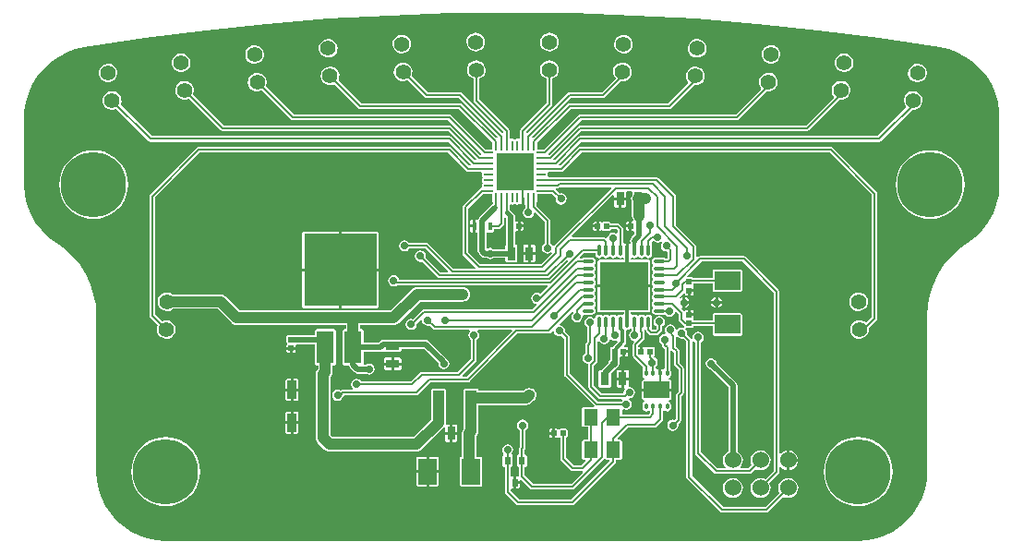
<source format=gtl>
G04 Layer_Physical_Order=1*
G04 Layer_Color=255*
%FSLAX25Y25*%
%MOIN*%
G70*
G01*
G75*
%ADD10R,0.03150X0.05118*%
%ADD11R,0.02047X0.02047*%
%ADD12R,0.02047X0.02047*%
%ADD13R,0.03347X0.06693*%
%ADD14R,0.05118X0.03150*%
%ADD15R,0.02362X0.03150*%
%ADD16R,0.03937X0.07480*%
%ADD17R,0.04921X0.05905*%
%ADD18R,0.09449X0.06102*%
%ADD19O,0.01378X0.02559*%
%ADD20R,0.26378X0.26378*%
%ADD21R,0.06299X0.11811*%
%ADD22R,0.09449X0.06890*%
%ADD23R,0.06890X0.09449*%
%ADD24R,0.01772X0.03150*%
%ADD25R,0.17716X0.17716*%
%ADD26O,0.04331X0.01378*%
%ADD27O,0.01378X0.04331*%
%ADD28R,0.13583X0.13583*%
%ADD29O,0.00984X0.03740*%
%ADD30O,0.03740X0.00984*%
%ADD31C,0.01378*%
%ADD32C,0.00787*%
%ADD33C,0.01968*%
%ADD34C,0.03937*%
%ADD35C,0.01575*%
%ADD36C,0.01181*%
%ADD37C,0.05512*%
%ADD38C,0.06000*%
%ADD39C,0.23622*%
%ADD40C,0.02756*%
%ADD41C,0.02362*%
G36*
X199078Y190257D02*
X221221Y189499D01*
X243340Y188233D01*
X265425Y186459D01*
X287463Y184180D01*
X309443Y181396D01*
X331353Y178108D01*
X334682Y177340D01*
X337881Y176138D01*
X340892Y174524D01*
X343664Y172526D01*
X346147Y170179D01*
X348298Y167525D01*
X350079Y164609D01*
X351459Y161483D01*
X352414Y158202D01*
X352926Y154824D01*
Y128401D01*
X352670Y124830D01*
X351906Y121334D01*
X350651Y117982D01*
X348931Y114843D01*
X346779Y111983D01*
X344242Y109458D01*
X341370Y107323D01*
X338207Y105015D01*
X335357Y102329D01*
X332866Y99308D01*
X330772Y95999D01*
X329109Y92455D01*
X327901Y88730D01*
X327169Y84883D01*
X326924Y80976D01*
Y24817D01*
X326710Y21554D01*
X326072Y18347D01*
X325021Y15250D01*
X323575Y12317D01*
X321758Y9598D01*
X319602Y7139D01*
X317143Y4983D01*
X314424Y3167D01*
X311491Y1720D01*
X308394Y669D01*
X305187Y31D01*
X301924Y-183D01*
X51924D01*
X48661Y31D01*
X45453Y669D01*
X42357Y1720D01*
X39424Y3167D01*
X36705Y4983D01*
X34246Y7139D01*
X32090Y9598D01*
X30273Y12317D01*
X28827Y15250D01*
X27776Y18347D01*
X27138Y21554D01*
X26924Y24817D01*
Y80976D01*
X26679Y84883D01*
X25947Y88730D01*
X24739Y92455D01*
X23076Y95999D01*
X20982Y99308D01*
X18491Y102329D01*
X15641Y105015D01*
X12478Y107323D01*
X9606Y109458D01*
X7068Y111983D01*
X4917Y114843D01*
X3196Y117982D01*
X1942Y121334D01*
X1178Y124830D01*
X922Y128401D01*
Y154824D01*
X1434Y158202D01*
X2389Y161483D01*
X3769Y164609D01*
X5550Y167525D01*
X7701Y170179D01*
X10184Y172526D01*
X12956Y174524D01*
X15967Y176138D01*
X19165Y177340D01*
X22495Y178108D01*
X44405Y181396D01*
X66385Y184180D01*
X88423Y186459D01*
X110508Y188233D01*
X132627Y189499D01*
X154770Y190257D01*
X176924Y190507D01*
X199078Y190257D01*
D02*
G37*
%LPC*%
G36*
X133358Y63181D02*
X130660D01*
Y62106D01*
X130847Y61654D01*
X131299Y61467D01*
X133358D01*
Y63181D01*
D02*
G37*
G36*
X218504Y61466D02*
X217429D01*
Y58768D01*
X219143D01*
Y60827D01*
X218956Y61279D01*
X218504Y61466D01*
D02*
G37*
G36*
X137057Y63181D02*
X134358D01*
Y61467D01*
X136417D01*
X136869Y61654D01*
X137057Y62106D01*
Y63181D01*
D02*
G37*
G36*
X136417Y65895D02*
X134358D01*
Y64181D01*
X137057D01*
Y65256D01*
X136869Y65708D01*
X136417Y65895D01*
D02*
G37*
G36*
X133358D02*
X131299D01*
X130847Y65708D01*
X130660Y65256D01*
Y64181D01*
X133358D01*
Y65895D01*
D02*
G37*
G36*
X97039Y58316D02*
X95866D01*
X95414Y58129D01*
X95227Y57677D01*
Y54831D01*
X97039D01*
Y58316D01*
D02*
G37*
G36*
X183071Y54953D02*
X182400Y54865D01*
X181775Y54606D01*
X181239Y54194D01*
X181023Y53978D01*
X164823D01*
Y54134D01*
X164632Y54593D01*
X164173Y54783D01*
X160236D01*
X159777Y54593D01*
X159587Y54134D01*
Y46654D01*
X159614Y46588D01*
Y41656D01*
X159482Y41601D01*
X159292Y41142D01*
Y39903D01*
X159272Y39878D01*
X159013Y39253D01*
X158925Y38583D01*
Y30177D01*
X158740D01*
X158281Y29987D01*
X158091Y29528D01*
Y20079D01*
X158281Y19620D01*
X158740Y19429D01*
X165630D01*
X166089Y19620D01*
X166279Y20079D01*
Y29528D01*
X166089Y29987D01*
X165630Y30177D01*
X164106D01*
Y37531D01*
X164448Y37976D01*
X164707Y38601D01*
X164795Y39272D01*
Y46588D01*
X164823Y46654D01*
Y48797D01*
X182096D01*
X182767Y48885D01*
X183391Y49144D01*
X183928Y49556D01*
X184903Y50530D01*
X185314Y51067D01*
X185573Y51692D01*
X185585Y51780D01*
X185722Y51984D01*
X185875Y52756D01*
X185722Y53528D01*
X185284Y54182D01*
X184630Y54619D01*
X184061Y54732D01*
X183741Y54865D01*
X183071Y54953D01*
D02*
G37*
G36*
X99213Y58316D02*
X98039D01*
Y54831D01*
X99852D01*
Y57677D01*
X99665Y58129D01*
X99213Y58316D01*
D02*
G37*
G36*
X216429Y61466D02*
X215354D01*
X214902Y61279D01*
X214715Y60827D01*
Y58768D01*
X216429D01*
Y61466D01*
D02*
G37*
G36*
Y57768D02*
X214715D01*
Y55709D01*
X214902Y55257D01*
X215354Y55070D01*
X216429D01*
Y57768D01*
D02*
G37*
G36*
X159252Y91370D02*
X142717D01*
X142046Y91282D01*
X141421Y91023D01*
X140885Y90611D01*
X133179Y82906D01*
X78632D01*
X73559Y87979D01*
X73022Y88391D01*
X72398Y88649D01*
X71727Y88738D01*
X54491D01*
X54134Y89029D01*
X53328Y89390D01*
X52455Y89530D01*
X51576Y89440D01*
X50750Y89126D01*
X50034Y88608D01*
X49476Y87923D01*
X49115Y87117D01*
X48974Y86244D01*
X49065Y85365D01*
X49379Y84539D01*
X49897Y83823D01*
X50582Y83265D01*
X51388Y82904D01*
X52261Y82764D01*
X53140Y82854D01*
X53966Y83168D01*
X54502Y83556D01*
X70654D01*
X75727Y78483D01*
X76264Y78071D01*
X76889Y77813D01*
X77559Y77724D01*
X116976D01*
Y76240D01*
X116417D01*
X115958Y76050D01*
X115768Y75591D01*
Y63779D01*
X115958Y63320D01*
X116417Y63130D01*
X118026D01*
X118075Y62886D01*
X118425Y62362D01*
X120118Y60669D01*
X120642Y60319D01*
X121260Y60196D01*
X124251D01*
X124622Y59948D01*
X125394Y59794D01*
X126165Y59948D01*
X126820Y60385D01*
X127257Y61039D01*
X127410Y61811D01*
X127257Y62583D01*
X126820Y63237D01*
X126165Y63674D01*
X125394Y63828D01*
X124622Y63674D01*
X124251Y63426D01*
X123602D01*
X123366Y63779D01*
Y68070D01*
X129528D01*
X130146Y68193D01*
X130250Y68262D01*
X130840Y68143D01*
X131299Y67953D01*
X136417D01*
X136876Y68143D01*
X137067Y68602D01*
Y69152D01*
X145099D01*
X150366Y63885D01*
X150346Y63779D01*
X150499Y63008D01*
X150936Y62353D01*
X151590Y61916D01*
X152362Y61763D01*
X153134Y61916D01*
X153788Y62353D01*
X154225Y63008D01*
X154379Y63779D01*
X154225Y64551D01*
X153788Y65206D01*
X153172Y65617D01*
X153111Y65709D01*
X146910Y71910D01*
X146386Y72260D01*
X145768Y72383D01*
X136462D01*
X136417Y72401D01*
X131299D01*
X131255Y72383D01*
X130610D01*
X129992Y72260D01*
X129468Y71910D01*
X128858Y71300D01*
X123366D01*
Y75591D01*
X123176Y76050D01*
X122716Y76240D01*
X122158D01*
Y77724D01*
X134252D01*
X134923Y77813D01*
X135547Y78071D01*
X136084Y78483D01*
X143790Y86189D01*
X159252D01*
X159923Y86277D01*
X160547Y86536D01*
X161084Y86948D01*
X161495Y87484D01*
X161754Y88109D01*
X161843Y88779D01*
X161754Y89450D01*
X161495Y90075D01*
X161084Y90611D01*
X160547Y91023D01*
X159923Y91282D01*
X159252Y91370D01*
D02*
G37*
G36*
X301960Y89530D02*
X301087Y89388D01*
X300282Y89025D01*
X299597Y88466D01*
X299081Y87749D01*
X298768Y86923D01*
X298679Y86044D01*
X298821Y85172D01*
X299184Y84366D01*
X299743Y83682D01*
X300460Y83165D01*
X301286Y82852D01*
X302165Y82763D01*
X303038Y82905D01*
X303843Y83268D01*
X304528Y83827D01*
X305044Y84544D01*
X305357Y85370D01*
X305446Y86250D01*
X305304Y87122D01*
X304941Y87928D01*
X304382Y88612D01*
X303665Y89128D01*
X302839Y89441D01*
X301960Y89530D01*
D02*
G37*
G36*
X114461Y97138D02*
X101132D01*
Y84449D01*
X101320Y83997D01*
X101772Y83810D01*
X114461D01*
Y97138D01*
D02*
G37*
G36*
X240884Y85327D02*
X239476D01*
Y83919D01*
X239744Y83973D01*
X240396Y84408D01*
X240831Y85059D01*
X240884Y85327D01*
D02*
G37*
G36*
X128789Y97138D02*
X115461D01*
Y83810D01*
X128150D01*
X128602Y83997D01*
X128789Y84449D01*
Y97138D01*
D02*
G37*
G36*
X96744Y68752D02*
X95581D01*
Y68228D01*
X95768Y67776D01*
X96220Y67589D01*
X96744D01*
Y68752D01*
D02*
G37*
G36*
X218927Y67610D02*
X217764D01*
Y66447D01*
X218287D01*
X218739Y66635D01*
X218927Y67087D01*
Y67610D01*
D02*
G37*
G36*
X98907Y68752D02*
X97744D01*
Y67589D01*
X98268D01*
X98720Y67776D01*
X98907Y68228D01*
Y68752D01*
D02*
G37*
G36*
X241968Y83198D02*
X241445D01*
Y82035D01*
X242608D01*
Y82559D01*
X242421Y83011D01*
X241968Y83198D01*
D02*
G37*
G36*
X112716Y76240D02*
X106417D01*
X105958Y76050D01*
X105768Y75591D01*
Y74017D01*
X98597D01*
X98268Y74153D01*
X96220D01*
X95761Y73963D01*
X95571Y73504D01*
Y71457D01*
X95666Y71227D01*
X95768Y70728D01*
X95581Y70276D01*
Y69752D01*
X97244D01*
X98907D01*
Y70276D01*
X98902Y70286D01*
X99237Y70786D01*
X105768D01*
Y63779D01*
X105958Y63320D01*
X106417Y63130D01*
X106976D01*
Y61821D01*
X106928Y61773D01*
X106516Y61236D01*
X106257Y60611D01*
X106169Y59941D01*
Y54331D01*
Y42520D01*
Y36909D01*
X106257Y36239D01*
X106516Y35614D01*
X106928Y35078D01*
X109192Y32814D01*
X109728Y32402D01*
X110353Y32143D01*
X111024Y32055D01*
X142520D01*
X143190Y32143D01*
X143815Y32402D01*
X144351Y32814D01*
X152226Y40688D01*
X152306Y40792D01*
X152806Y40622D01*
Y39083D01*
X154520D01*
Y41781D01*
X153445D01*
X153373Y41751D01*
X152930Y42109D01*
X152984Y42520D01*
Y46588D01*
X153012Y46654D01*
Y54134D01*
X152821Y54593D01*
X152362Y54783D01*
X148425D01*
X147966Y54593D01*
X147776Y54134D01*
Y46654D01*
X147803Y46588D01*
Y43593D01*
X141447Y37236D01*
X112097D01*
X111351Y37982D01*
Y42520D01*
Y54331D01*
Y58868D01*
X111399Y58916D01*
X111811Y59453D01*
X112069Y60078D01*
X112158Y60748D01*
Y63130D01*
X112716D01*
X113176Y63320D01*
X113366Y63779D01*
Y75591D01*
X113176Y76050D01*
X112716Y76240D01*
D02*
G37*
G36*
X99852Y53831D02*
X98039D01*
Y50345D01*
X99213D01*
X99665Y50532D01*
X99852Y50984D01*
Y53831D01*
D02*
G37*
G36*
X145976Y30167D02*
X143032D01*
X142579Y29980D01*
X142392Y29528D01*
Y25303D01*
X145976D01*
Y30167D01*
D02*
G37*
G36*
X150560Y24303D02*
X146976D01*
Y19440D01*
X149921D01*
X150373Y19627D01*
X150560Y20079D01*
Y24303D01*
D02*
G37*
G36*
X149921Y30167D02*
X146976D01*
Y25303D01*
X150560D01*
Y29528D01*
X150373Y29980D01*
X149921Y30167D01*
D02*
G37*
G36*
X277193Y32453D02*
Y29398D01*
X280249D01*
X280191Y29835D01*
X279829Y30708D01*
X279254Y31458D01*
X278504Y32034D01*
X277630Y32396D01*
X277193Y32453D01*
D02*
G37*
G36*
X280249Y28398D02*
X277193D01*
Y25342D01*
X277630Y25400D01*
X278504Y25761D01*
X279254Y26337D01*
X279829Y27087D01*
X280191Y27960D01*
X280249Y28398D01*
D02*
G37*
G36*
X301924Y37266D02*
X299976Y37113D01*
X298077Y36657D01*
X296272Y35910D01*
X294606Y34889D01*
X293121Y33620D01*
X291852Y32135D01*
X290831Y30469D01*
X290084Y28664D01*
X289628Y26765D01*
X289475Y24817D01*
X289628Y22870D01*
X290084Y20970D01*
X290831Y19165D01*
X291852Y17500D01*
X293121Y16014D01*
X294606Y14745D01*
X296272Y13725D01*
X298077Y12977D01*
X299976Y12521D01*
X301924Y12368D01*
X303871Y12521D01*
X305771Y12977D01*
X307576Y13725D01*
X309242Y14745D01*
X310727Y16014D01*
X311996Y17500D01*
X313016Y19165D01*
X313764Y20970D01*
X314220Y22870D01*
X314373Y24817D01*
X314220Y26765D01*
X313764Y28664D01*
X313016Y30469D01*
X311996Y32135D01*
X310727Y33620D01*
X309242Y34889D01*
X307576Y35910D01*
X305771Y36657D01*
X303871Y37113D01*
X301924Y37266D01*
D02*
G37*
G36*
X51924D02*
X49976Y37113D01*
X48077Y36657D01*
X46272Y35910D01*
X44606Y34889D01*
X43121Y33620D01*
X41852Y32135D01*
X40831Y30469D01*
X40084Y28664D01*
X39628Y26765D01*
X39474Y24817D01*
X39628Y22870D01*
X40084Y20970D01*
X40831Y19165D01*
X41852Y17500D01*
X43121Y16014D01*
X44606Y14745D01*
X46272Y13725D01*
X48077Y12977D01*
X49976Y12521D01*
X51924Y12368D01*
X53871Y12521D01*
X55771Y12977D01*
X57576Y13725D01*
X59241Y14745D01*
X60727Y16014D01*
X61996Y17500D01*
X63016Y19165D01*
X63764Y20970D01*
X64220Y22870D01*
X64373Y24817D01*
X64220Y26765D01*
X63764Y28664D01*
X63016Y30469D01*
X61996Y32135D01*
X60727Y33620D01*
X59241Y34889D01*
X57576Y35910D01*
X55771Y36657D01*
X53871Y37113D01*
X51924Y37266D01*
D02*
G37*
G36*
X256693Y22529D02*
X255753Y22405D01*
X254877Y22042D01*
X254125Y21465D01*
X253548Y20713D01*
X253186Y19837D01*
X253062Y18898D01*
X253186Y17958D01*
X253548Y17082D01*
X254125Y16330D01*
X254877Y15753D01*
X255753Y15390D01*
X256693Y15267D01*
X257633Y15390D01*
X258508Y15753D01*
X259261Y16330D01*
X259838Y17082D01*
X260200Y17958D01*
X260324Y18898D01*
X260200Y19837D01*
X259838Y20713D01*
X259261Y21465D01*
X258508Y22042D01*
X257633Y22405D01*
X256693Y22529D01*
D02*
G37*
G36*
X145976Y24303D02*
X142392D01*
Y20079D01*
X142579Y19627D01*
X143032Y19440D01*
X145976D01*
Y24303D01*
D02*
G37*
G36*
X179773Y20366D02*
X178453D01*
Y18652D01*
X179134D01*
X179586Y18839D01*
X179773Y19291D01*
Y20366D01*
D02*
G37*
G36*
X156595Y41781D02*
X155520D01*
Y39083D01*
X157234D01*
Y41142D01*
X157046Y41594D01*
X156595Y41781D01*
D02*
G37*
G36*
X191587Y40246D02*
X191063D01*
X190611Y40058D01*
X190424Y39606D01*
Y39083D01*
X191587D01*
Y40246D01*
D02*
G37*
G36*
X97039Y46505D02*
X95866D01*
X95414Y46318D01*
X95227Y45866D01*
Y43020D01*
X97039D01*
Y46505D01*
D02*
G37*
G36*
Y53831D02*
X95227D01*
Y50984D01*
X95414Y50532D01*
X95866Y50345D01*
X97039D01*
Y53831D01*
D02*
G37*
G36*
X99213Y46505D02*
X98039D01*
Y43020D01*
X99852D01*
Y45866D01*
X99665Y46318D01*
X99213Y46505D01*
D02*
G37*
G36*
X157234Y38083D02*
X155520D01*
Y35384D01*
X156595D01*
X157046Y35572D01*
X157234Y36024D01*
Y38083D01*
D02*
G37*
G36*
X154520D02*
X152806D01*
Y36024D01*
X152993Y35572D01*
X153445Y35384D01*
X154520D01*
Y38083D01*
D02*
G37*
G36*
X191587Y38083D02*
X190424D01*
Y37559D01*
X190611Y37107D01*
X191063Y36920D01*
X191587D01*
Y38083D01*
D02*
G37*
G36*
X99852Y42020D02*
X98039D01*
Y38534D01*
X99213D01*
X99665Y38721D01*
X99852Y39173D01*
Y42020D01*
D02*
G37*
G36*
X97039D02*
X95227D01*
Y39173D01*
X95414Y38721D01*
X95866Y38534D01*
X97039D01*
Y42020D01*
D02*
G37*
G36*
X244056Y181015D02*
X243175Y180959D01*
X242337Y180676D01*
X241601Y180187D01*
X241017Y179524D01*
X240625Y178732D01*
X240451Y177866D01*
X240507Y176984D01*
X240789Y176147D01*
X241278Y175411D01*
X241941Y174827D01*
X242733Y174435D01*
X243599Y174260D01*
X244481Y174316D01*
X245318Y174599D01*
X246054Y175088D01*
X246638Y175751D01*
X247031Y176543D01*
X247205Y177409D01*
X247149Y178291D01*
X246867Y179128D01*
X246377Y179864D01*
X245714Y180448D01*
X244923Y180840D01*
X244056Y181015D01*
D02*
G37*
G36*
X110360Y181014D02*
X109494Y180838D01*
X108703Y180445D01*
X108040Y179859D01*
X107552Y179123D01*
X107271Y178285D01*
X107217Y177403D01*
X107392Y176537D01*
X107786Y175746D01*
X108371Y175084D01*
X109107Y174596D01*
X109945Y174315D01*
X110827Y174260D01*
X111693Y174436D01*
X112484Y174829D01*
X113146Y175415D01*
X113635Y176151D01*
X113916Y176989D01*
X113970Y177871D01*
X113795Y178737D01*
X113401Y179528D01*
X112816Y180190D01*
X112079Y180678D01*
X111241Y180959D01*
X110360Y181014D01*
D02*
G37*
G36*
X270723Y178781D02*
X269840Y178749D01*
X268995Y178490D01*
X268247Y178021D01*
X267645Y177374D01*
X267231Y176593D01*
X267033Y175732D01*
X267065Y174849D01*
X267324Y174004D01*
X267793Y173255D01*
X268440Y172653D01*
X269220Y172239D01*
X270082Y172041D01*
X270965Y172073D01*
X271809Y172333D01*
X272558Y172802D01*
X273160Y173449D01*
X273574Y174229D01*
X273772Y175090D01*
X273740Y175973D01*
X273481Y176818D01*
X273012Y177567D01*
X272365Y178169D01*
X271584Y178583D01*
X270723Y178781D01*
D02*
G37*
G36*
X137078Y182503D02*
X136208Y182351D01*
X135406Y181979D01*
X134728Y181412D01*
X134220Y180689D01*
X133916Y179859D01*
X133838Y178979D01*
X133990Y178109D01*
X134362Y177307D01*
X134928Y176629D01*
X135651Y176121D01*
X136481Y175817D01*
X137361Y175739D01*
X138232Y175891D01*
X139033Y176263D01*
X139711Y176829D01*
X140219Y177552D01*
X140523Y178382D01*
X140602Y179262D01*
X140450Y180133D01*
X140078Y180934D01*
X139511Y181612D01*
X138788Y182120D01*
X137958Y182424D01*
X137078Y182503D01*
D02*
G37*
G36*
X163972Y173246D02*
X163098Y173118D01*
X162287Y172768D01*
X161593Y172220D01*
X161066Y171511D01*
X160739Y170690D01*
X160637Y169813D01*
X160765Y168938D01*
X161115Y168127D01*
X161662Y167434D01*
X162371Y166906D01*
X163008Y166653D01*
Y158814D01*
X163085Y158426D01*
X163305Y158097D01*
X173889Y147513D01*
X173847Y147180D01*
X173342Y146988D01*
X158984Y161346D01*
X158655Y161566D01*
X158268Y161643D01*
X146556D01*
X140637Y167562D01*
X140941Y168391D01*
X141019Y169271D01*
X140867Y170141D01*
X140495Y170943D01*
X139929Y171621D01*
X139206Y172129D01*
X138376Y172433D01*
X137496Y172511D01*
X136625Y172360D01*
X135824Y171987D01*
X135146Y171421D01*
X134638Y170698D01*
X134334Y169868D01*
X134255Y168988D01*
X134407Y168117D01*
X134779Y167316D01*
X135346Y166638D01*
X136069Y166130D01*
X136899Y165826D01*
X137779Y165747D01*
X138649Y165899D01*
X139186Y166148D01*
X145420Y159914D01*
X145749Y159694D01*
X146137Y159617D01*
X157848D01*
X171844Y145621D01*
X171808Y145305D01*
X171795Y145290D01*
X171282Y145111D01*
X158984Y157409D01*
X158655Y157629D01*
X158268Y157706D01*
X122672D01*
X114276Y166101D01*
X114325Y166175D01*
X114606Y167013D01*
X114661Y167895D01*
X114485Y168761D01*
X114091Y169552D01*
X113506Y170214D01*
X112770Y170702D01*
X111932Y170983D01*
X111050Y171038D01*
X110184Y170862D01*
X109393Y170468D01*
X108731Y169883D01*
X108243Y169147D01*
X107962Y168309D01*
X107907Y167427D01*
X108083Y166561D01*
X108476Y165770D01*
X109062Y165108D01*
X109798Y164620D01*
X110636Y164339D01*
X111518Y164284D01*
X112384Y164460D01*
X112830Y164682D01*
X121536Y155976D01*
X121864Y155757D01*
X122252Y155680D01*
X157848D01*
X169949Y143578D01*
Y141559D01*
X169890Y141133D01*
X169465Y141074D01*
X167445D01*
X155047Y153472D01*
X154718Y153692D01*
X154331Y153769D01*
X98102D01*
X87968Y163903D01*
X88062Y164055D01*
X88320Y164900D01*
X88351Y165783D01*
X88152Y166644D01*
X87736Y167424D01*
X87134Y168070D01*
X86384Y168538D01*
X85539Y168796D01*
X84656Y168826D01*
X83795Y168627D01*
X83015Y168212D01*
X82369Y167609D01*
X81901Y166859D01*
X81643Y166014D01*
X81613Y165131D01*
X81812Y164270D01*
X82227Y163490D01*
X82830Y162844D01*
X83579Y162376D01*
X84425Y162118D01*
X85308Y162088D01*
X86169Y162287D01*
X86528Y162478D01*
X96966Y152040D01*
X97295Y151820D01*
X97683Y151743D01*
X153911D01*
X165913Y139741D01*
X165734Y139229D01*
X165718Y139216D01*
X165402Y139180D01*
X155047Y149535D01*
X154718Y149755D01*
X154331Y149832D01*
X72871D01*
X61733Y160970D01*
X61869Y161202D01*
X62104Y162054D01*
X62110Y162937D01*
X61888Y163792D01*
X61451Y164561D01*
X60831Y165190D01*
X60069Y165637D01*
X59217Y165872D01*
X58333Y165878D01*
X57478Y165656D01*
X56710Y165219D01*
X56081Y164599D01*
X55633Y163837D01*
X55399Y162985D01*
X55392Y162101D01*
X55615Y161246D01*
X56051Y160478D01*
X56672Y159849D01*
X57434Y159401D01*
X58286Y159167D01*
X59169Y159160D01*
X60024Y159383D01*
X60299Y159539D01*
X71735Y148102D01*
X72064Y147883D01*
X72452Y147806D01*
X153911D01*
X164035Y137681D01*
X163844Y137176D01*
X163511Y137135D01*
X155047Y145598D01*
X154718Y145818D01*
X154331Y145895D01*
X46979D01*
X35573Y157300D01*
X35741Y157603D01*
X35956Y158460D01*
X35942Y159344D01*
X35699Y160193D01*
X35245Y160951D01*
X34610Y161566D01*
X33838Y161995D01*
X32980Y162210D01*
X32097Y162196D01*
X31247Y161953D01*
X30489Y161499D01*
X29875Y160864D01*
X29446Y160091D01*
X29231Y159234D01*
X29245Y158351D01*
X29488Y157501D01*
X29942Y156743D01*
X30577Y156129D01*
X31349Y155699D01*
X32206Y155485D01*
X33090Y155499D01*
X33940Y155742D01*
X34144Y155864D01*
X45842Y144166D01*
X46171Y143946D01*
X46559Y143869D01*
X153911D01*
X162067Y135713D01*
X161875Y135208D01*
X161542Y135166D01*
X155047Y141661D01*
X154718Y141881D01*
X154331Y141958D01*
X63779D01*
X63392Y141881D01*
X63063Y141661D01*
X46331Y124929D01*
X46111Y124600D01*
X46034Y124213D01*
Y81175D01*
X46111Y80787D01*
X46331Y80458D01*
X49088Y77701D01*
X48828Y77121D01*
X48687Y76248D01*
X48777Y75369D01*
X49092Y74544D01*
X49610Y73827D01*
X50295Y73270D01*
X51101Y72908D01*
X51974Y72768D01*
X52853Y72858D01*
X53678Y73172D01*
X54395Y73690D01*
X54952Y74375D01*
X55314Y75182D01*
X55454Y76054D01*
X55364Y76933D01*
X55050Y77759D01*
X54532Y78475D01*
X53847Y79033D01*
X53040Y79394D01*
X52168Y79535D01*
X51289Y79444D01*
X50508Y79147D01*
X48060Y81594D01*
Y123793D01*
X64199Y139932D01*
X153911D01*
X160504Y133339D01*
X160833Y133119D01*
X161221Y133042D01*
X165849D01*
X166117Y132542D01*
X166097Y132513D01*
X166012Y132087D01*
X166097Y131660D01*
X166243Y131443D01*
X166303Y131102D01*
X166243Y130762D01*
X166097Y130544D01*
X166012Y130118D01*
X166097Y129692D01*
X166243Y129474D01*
X166303Y129134D01*
X166243Y128794D01*
X166097Y128576D01*
X166012Y128150D01*
X166097Y127724D01*
X166122Y127686D01*
X166124Y127643D01*
X165884Y127143D01*
X165754Y127117D01*
X165425Y126898D01*
X159491Y120963D01*
X159271Y120634D01*
X159194Y120247D01*
Y103572D01*
X159271Y103184D01*
X159491Y102856D01*
X163815Y98532D01*
X163623Y98070D01*
X155725D01*
X146779Y107016D01*
X146451Y107235D01*
X146063Y107312D01*
X139891D01*
X139615Y107725D01*
X138961Y108162D01*
X138189Y108316D01*
X137417Y108162D01*
X136763Y107725D01*
X136326Y107071D01*
X136172Y106299D01*
X136326Y105527D01*
X136763Y104873D01*
X137417Y104436D01*
X138189Y104282D01*
X138961Y104436D01*
X139615Y104873D01*
X139891Y105286D01*
X145643D01*
X153785Y97144D01*
X153594Y96683D01*
X151188D01*
X145808Y102063D01*
X145905Y102550D01*
X145751Y103321D01*
X145314Y103976D01*
X144660Y104413D01*
X143888Y104566D01*
X143116Y104413D01*
X142462Y103976D01*
X142025Y103321D01*
X141872Y102550D01*
X142025Y101778D01*
X142462Y101124D01*
X143116Y100686D01*
X143888Y100533D01*
X144375Y100630D01*
X150052Y94953D01*
X150381Y94733D01*
X150768Y94656D01*
X189764D01*
X190152Y94733D01*
X190480Y94953D01*
X196786Y101258D01*
X196833Y101247D01*
X196987Y100693D01*
X190408Y94114D01*
X136187D01*
X136115Y94473D01*
X135678Y95127D01*
X135024Y95564D01*
X134252Y95718D01*
X133480Y95564D01*
X132826Y95127D01*
X132389Y94473D01*
X132235Y93701D01*
X132389Y92929D01*
X132826Y92275D01*
X133480Y91838D01*
X134252Y91684D01*
X135024Y91838D01*
X135398Y92087D01*
X189690D01*
X189882Y91625D01*
X187151Y88895D01*
X186599Y89265D01*
X185827Y89418D01*
X185055Y89265D01*
X184401Y88828D01*
X183964Y88173D01*
X183810Y87402D01*
X183964Y86630D01*
X184401Y85976D01*
X185055Y85538D01*
X185644Y85421D01*
X185847Y84918D01*
X184226Y83297D01*
X145276D01*
X144888Y83219D01*
X144559Y83000D01*
X141354Y79795D01*
X141323Y79816D01*
X140551Y79970D01*
X139779Y79816D01*
X139125Y79379D01*
X138688Y78724D01*
X138534Y77953D01*
X138688Y77181D01*
X139125Y76527D01*
X139779Y76090D01*
X140551Y75936D01*
X141323Y76090D01*
X141977Y76527D01*
X142414Y77181D01*
X142568Y77953D01*
X142536Y78111D01*
X143973Y79548D01*
X144476Y79344D01*
X144594Y78756D01*
X145031Y78101D01*
X145685Y77664D01*
X146457Y77511D01*
X146944Y77608D01*
X148309Y76243D01*
X148637Y76023D01*
X149025Y75946D01*
X161617D01*
X161769Y75446D01*
X161763Y75442D01*
X161326Y74787D01*
X161172Y74016D01*
X161326Y73244D01*
X161763Y72590D01*
X162176Y72314D01*
Y65577D01*
X157454Y60856D01*
X144488D01*
X144100Y60779D01*
X143772Y60559D01*
X140525Y57312D01*
X122568D01*
X122292Y57725D01*
X121638Y58162D01*
X120866Y58316D01*
X120094Y58162D01*
X119440Y57725D01*
X119003Y57071D01*
X118849Y56299D01*
X119003Y55528D01*
X119440Y54873D01*
X119460Y54860D01*
X119309Y54360D01*
X115945D01*
X115557Y54282D01*
X115228Y54063D01*
X115134Y53968D01*
X114748Y54225D01*
X113976Y54379D01*
X113205Y54225D01*
X112550Y53788D01*
X112113Y53134D01*
X111960Y52362D01*
X112113Y51590D01*
X112550Y50936D01*
X113205Y50499D01*
X113976Y50345D01*
X114748Y50499D01*
X115402Y50936D01*
X115840Y51590D01*
X115894Y51862D01*
X116365Y52333D01*
X142323D01*
X142711Y52410D01*
X143039Y52630D01*
X147467Y57058D01*
X161024D01*
X161411Y57135D01*
X161740Y57354D01*
X178944Y74559D01*
X190228D01*
X190615Y74636D01*
X190944Y74855D01*
X191589Y75500D01*
X192129Y75333D01*
X192231Y74819D01*
X192668Y74164D01*
X193323Y73727D01*
X194095Y73574D01*
X194866Y73727D01*
X194898Y73748D01*
X195837Y72809D01*
Y59842D01*
X195914Y59455D01*
X196134Y59126D01*
X206670Y48590D01*
X206463Y48090D01*
X202854D01*
X202395Y47900D01*
X202205Y47441D01*
Y41535D01*
X202395Y41076D01*
X202854Y40886D01*
X204302D01*
Y36279D01*
X202854D01*
X202395Y36089D01*
X202205Y35630D01*
Y29724D01*
X202395Y29265D01*
X202854Y29075D01*
X203367D01*
X203558Y28613D01*
X201942Y26997D01*
X199239D01*
X196328Y29908D01*
Y36910D01*
X196339D01*
X196798Y37100D01*
X196988Y37559D01*
Y39606D01*
X196798Y40066D01*
X196339Y40256D01*
X194291D01*
X194061Y40160D01*
X193562Y40058D01*
X193110Y40246D01*
X192587D01*
Y38583D01*
Y36920D01*
X193110D01*
X193562Y37107D01*
X194061Y37005D01*
X194291Y36910D01*
X194302D01*
Y29488D01*
X194379Y29100D01*
X194599Y28772D01*
X198102Y25268D01*
X198431Y25048D01*
X198819Y24971D01*
X202288D01*
X202419Y24794D01*
X202515Y24492D01*
X198328Y20304D01*
X184672D01*
X181525Y23451D01*
Y26516D01*
X181693D01*
X182152Y26706D01*
X182342Y27165D01*
Y30315D01*
X182152Y30774D01*
X181693Y30964D01*
X181525D01*
Y32670D01*
X181706Y32941D01*
X181783Y33329D01*
Y39834D01*
X182196Y40109D01*
X182633Y40764D01*
X182787Y41535D01*
X182633Y42307D01*
X182196Y42961D01*
X181542Y43399D01*
X180770Y43552D01*
X179998Y43399D01*
X179344Y42961D01*
X178907Y42307D01*
X178753Y41535D01*
X178907Y40764D01*
X179344Y40109D01*
X179757Y39834D01*
Y33729D01*
X179576Y33459D01*
X179499Y33071D01*
Y30964D01*
X179331D01*
X178872Y30774D01*
X178681Y30315D01*
Y27165D01*
X178872Y26706D01*
X179331Y26516D01*
X179499D01*
Y23470D01*
X179134Y23080D01*
X178453D01*
Y21366D01*
X179773D01*
Y21630D01*
X180273Y21837D01*
X183536Y18575D01*
X183864Y18355D01*
X184252Y18278D01*
X198748D01*
X199135Y18355D01*
X199464Y18575D01*
X210131Y29242D01*
X210189Y29245D01*
X210663Y29265D01*
Y29265D01*
X210663D01*
X211122Y29075D01*
X211974D01*
X212181Y28575D01*
X198399Y14793D01*
X179553D01*
X176409Y17938D01*
X176435Y18428D01*
X176772Y18652D01*
X177453D01*
Y20866D01*
Y23080D01*
X176772D01*
X176407Y23324D01*
Y26516D01*
X176575D01*
X177034Y26706D01*
X177224Y27165D01*
Y30315D01*
X177034Y30774D01*
X177017Y30781D01*
X176959Y30920D01*
X176900Y31371D01*
X177257Y31905D01*
X177410Y32677D01*
X177257Y33449D01*
X176820Y34103D01*
X176165Y34540D01*
X175394Y34694D01*
X174622Y34540D01*
X173968Y34103D01*
X173530Y33449D01*
X173377Y32677D01*
X173530Y31905D01*
X173888Y31371D01*
X173829Y30920D01*
X173771Y30781D01*
X173753Y30774D01*
X173563Y30315D01*
Y27165D01*
X173753Y26706D01*
X174213Y26516D01*
X174381D01*
Y17520D01*
X174458Y17132D01*
X174677Y16803D01*
X178417Y13063D01*
X178746Y12844D01*
X179134Y12766D01*
X198819D01*
X199207Y12844D01*
X199535Y13063D01*
X214299Y27827D01*
X214519Y28156D01*
X214596Y28543D01*
Y29075D01*
X216043D01*
X216502Y29265D01*
X216693Y29724D01*
Y35630D01*
X216502Y36089D01*
X216043Y36279D01*
X215191D01*
X214984Y36779D01*
X218924Y40719D01*
X228346D01*
X228734Y40796D01*
X229063Y41016D01*
X231130Y43083D01*
X231349Y43411D01*
X231427Y43799D01*
Y46582D01*
X231576Y46710D01*
X232043Y46905D01*
X232470Y46621D01*
X232972Y46520D01*
X233475Y46621D01*
X233902Y46905D01*
X234187Y47332D01*
X234287Y47835D01*
Y49016D01*
X234187Y49519D01*
X233902Y49945D01*
X233610Y50140D01*
X233761Y50640D01*
X233858D01*
X234310Y50828D01*
X234497Y51279D01*
Y53831D01*
X229134D01*
X223770D01*
Y51279D01*
X223957Y50828D01*
X224410Y50640D01*
X224506D01*
X224658Y50140D01*
X224366Y49945D01*
X224081Y49519D01*
X223981Y49016D01*
Y47835D01*
X224081Y47332D01*
X224366Y46905D01*
X224792Y46621D01*
X225295Y46520D01*
X225798Y46621D01*
X226225Y46905D01*
X226692Y46710D01*
X226841Y46582D01*
Y45990D01*
X226352Y45501D01*
X216693D01*
Y47145D01*
X217193Y47412D01*
X217442Y47246D01*
X218213Y47093D01*
X218985Y47246D01*
X219639Y47683D01*
X220077Y48338D01*
X220230Y49109D01*
X220077Y49881D01*
X219639Y50535D01*
X219181Y50842D01*
X219262Y51200D01*
X219337Y51339D01*
X220063Y51483D01*
X220717Y51920D01*
X221154Y52575D01*
X221308Y53346D01*
X221154Y54118D01*
X220717Y54772D01*
X220063Y55210D01*
X219522Y55317D01*
X219204Y55646D01*
X219143Y55843D01*
Y57768D01*
X217429D01*
Y55070D01*
X217478D01*
X217730Y54570D01*
X217428Y54118D01*
X217274Y53346D01*
X216975Y52982D01*
X209349D01*
X206614Y55717D01*
Y63055D01*
X207616Y64057D01*
X207835Y64385D01*
X207912Y64773D01*
Y71624D01*
X208011Y71705D01*
X208679Y71605D01*
X208810Y71409D01*
X209464Y70972D01*
X210236Y70818D01*
X211008Y70972D01*
X211662Y71409D01*
X212099Y72063D01*
X212191Y72522D01*
X212722Y72628D01*
X212747Y72590D01*
X213401Y72152D01*
X214173Y71999D01*
X214852Y72134D01*
X215078Y71867D01*
X215146Y71722D01*
X213208Y69783D01*
X213012D01*
X212553Y69593D01*
X212362Y69134D01*
Y67087D01*
X212420Y66947D01*
Y65316D01*
X212255Y65206D01*
X211818Y64551D01*
X211731Y64114D01*
X209291Y61674D01*
X209159Y61476D01*
X208858D01*
X208399Y61286D01*
X208209Y60827D01*
Y55709D01*
X208399Y55250D01*
X208858Y55059D01*
X212008D01*
X212467Y55250D01*
X212657Y55709D01*
Y60471D01*
X214015Y61829D01*
X214453Y61916D01*
X215107Y62353D01*
X215544Y63008D01*
X215698Y63779D01*
X215639Y64075D01*
X215651Y64134D01*
Y66150D01*
X216151Y66484D01*
X216240Y66447D01*
X216764D01*
Y68110D01*
X217264D01*
Y68610D01*
X218927D01*
Y69134D01*
X218739Y69586D01*
X218287Y69773D01*
X217568D01*
X217377Y70235D01*
X217809Y70667D01*
X218094Y71094D01*
X218194Y71596D01*
Y75629D01*
X218194Y75640D01*
X218602Y76058D01*
X219102Y76157D01*
X219525Y76440D01*
X219990Y76236D01*
X220123Y76118D01*
X220103Y75622D01*
X219834Y75442D01*
X219397Y74787D01*
X219243Y74016D01*
X219397Y73244D01*
X219834Y72590D01*
X220488Y72153D01*
X220823Y72086D01*
X220987Y71544D01*
X220849Y71405D01*
X220629Y71077D01*
X220552Y70689D01*
Y66675D01*
X220629Y66287D01*
X220705Y66175D01*
X220708Y66157D01*
X220928Y65829D01*
X224095Y62661D01*
X224274Y62393D01*
X224282Y62385D01*
Y61631D01*
X224081Y61330D01*
X223981Y60827D01*
Y59646D01*
X224081Y59143D01*
X224366Y58716D01*
X224658Y58521D01*
X224506Y58021D01*
X224410D01*
X223957Y57834D01*
X223770Y57382D01*
Y54831D01*
X229134D01*
X234497D01*
Y57382D01*
X234310Y57834D01*
X233858Y58021D01*
X233761D01*
X233610Y58521D01*
X233902Y58716D01*
X234187Y59143D01*
X234287Y59646D01*
Y60827D01*
X234187Y61330D01*
X233986Y61631D01*
Y68577D01*
X234486Y68729D01*
X234510Y68692D01*
X235395Y67808D01*
Y63599D01*
X235472Y63211D01*
X235691Y62882D01*
X236979Y61595D01*
Y53766D01*
X236291Y53079D01*
X236072Y52750D01*
X235995Y52362D01*
Y43924D01*
X235526Y43455D01*
X235039Y43552D01*
X234268Y43399D01*
X233613Y42961D01*
X233176Y42307D01*
X233023Y41535D01*
X233176Y40764D01*
X233613Y40109D01*
X234268Y39672D01*
X235039Y39519D01*
X235811Y39672D01*
X236465Y40109D01*
X236903Y40764D01*
X237056Y41535D01*
X236959Y42022D01*
X237724Y42788D01*
X237944Y43116D01*
X238021Y43504D01*
Y51943D01*
X238708Y52630D01*
X238928Y52959D01*
X239005Y53347D01*
Y62014D01*
X238928Y62402D01*
X238708Y62731D01*
X237421Y64018D01*
Y68227D01*
X237344Y68615D01*
X237124Y68944D01*
X236240Y69828D01*
Y73260D01*
X236740Y73412D01*
X236763Y73377D01*
X237417Y72940D01*
X238189Y72786D01*
X238676Y72883D01*
X239932Y71628D01*
Y22835D01*
X240009Y22447D01*
X240229Y22118D01*
X252040Y10307D01*
X252368Y10088D01*
X252756Y10011D01*
X268819D01*
X269207Y10088D01*
X269535Y10307D01*
X274951Y15723D01*
X275753Y15390D01*
X276693Y15267D01*
X277633Y15390D01*
X278508Y15753D01*
X279260Y16330D01*
X279837Y17082D01*
X280200Y17958D01*
X280324Y18898D01*
X280200Y19837D01*
X279837Y20713D01*
X279260Y21465D01*
X278508Y22042D01*
X277633Y22405D01*
X276693Y22529D01*
X275753Y22405D01*
X274877Y22042D01*
X274125Y21465D01*
X273548Y20713D01*
X273186Y19837D01*
X273062Y18898D01*
X273186Y17958D01*
X273518Y17155D01*
X268399Y12037D01*
X253176D01*
X241958Y23254D01*
Y71965D01*
X242140Y72080D01*
X242446Y72135D01*
X242669Y71802D01*
X243081Y71526D01*
Y31496D01*
X243158Y31108D01*
X243378Y30780D01*
X249970Y24187D01*
X250299Y23968D01*
X250687Y23891D01*
X262699D01*
X263087Y23968D01*
X263416Y24187D01*
X264951Y25723D01*
X265753Y25390D01*
X266693Y25267D01*
X267633Y25390D01*
X268508Y25753D01*
X269261Y26330D01*
X269837Y27082D01*
X270200Y27958D01*
X270324Y28898D01*
X270200Y29837D01*
X269837Y30713D01*
X269261Y31465D01*
X268508Y32042D01*
X267633Y32405D01*
X266693Y32529D01*
X265753Y32405D01*
X264877Y32042D01*
X264125Y31465D01*
X263548Y30713D01*
X263186Y29837D01*
X263062Y28898D01*
X263186Y27958D01*
X263518Y27156D01*
X262280Y25917D01*
X259469D01*
X259327Y26417D01*
X259838Y27082D01*
X260200Y27958D01*
X260324Y28898D01*
X260200Y29837D01*
X259838Y30713D01*
X259261Y31465D01*
X258508Y32042D01*
X258308Y32125D01*
Y55905D01*
X258185Y56524D01*
X257835Y57048D01*
X250769Y64114D01*
X250682Y64551D01*
X250245Y65206D01*
X249591Y65643D01*
X248819Y65796D01*
X248047Y65643D01*
X247393Y65206D01*
X246956Y64551D01*
X246802Y63779D01*
X246956Y63008D01*
X247393Y62353D01*
X248047Y61916D01*
X248485Y61829D01*
X255078Y55236D01*
Y32125D01*
X254877Y32042D01*
X254125Y31465D01*
X253548Y30713D01*
X253186Y29837D01*
X253062Y28898D01*
X253186Y27958D01*
X253548Y27082D01*
X254059Y26417D01*
X253917Y25917D01*
X251106D01*
X245108Y31916D01*
Y71526D01*
X245520Y71802D01*
X245958Y72457D01*
X246111Y73228D01*
X245958Y74000D01*
X245520Y74654D01*
X244866Y75091D01*
X244094Y75245D01*
X243323Y75091D01*
X242669Y74654D01*
X242231Y74000D01*
X242078Y73228D01*
X242131Y72961D01*
X241661Y72764D01*
X240109Y74316D01*
X240206Y74803D01*
X240052Y75575D01*
X239615Y76229D01*
X239889Y76647D01*
X239921Y76634D01*
X241968D01*
X242428Y76824D01*
X242618Y77284D01*
Y77294D01*
X249351D01*
Y74528D01*
X249541Y74068D01*
X250000Y73878D01*
X259449D01*
X259908Y74068D01*
X260098Y74528D01*
Y81417D01*
X259908Y81876D01*
X259449Y82067D01*
X250000D01*
X249541Y81876D01*
X249351Y81417D01*
Y79320D01*
X242618D01*
Y79331D01*
X242523Y79561D01*
X242421Y80060D01*
X242608Y80512D01*
Y81035D01*
X240945D01*
Y81535D01*
X240445D01*
Y83198D01*
X239921D01*
X239469Y83011D01*
X239362Y82752D01*
X238820Y82725D01*
X238708Y82892D01*
X238121Y83480D01*
X238367Y83941D01*
X238476Y83919D01*
Y85827D01*
Y87734D01*
X238208Y87681D01*
X237791Y87402D01*
X237729Y87361D01*
X237411Y87749D01*
X238820Y89159D01*
X239335Y88967D01*
X239469Y88643D01*
X239921Y88455D01*
X240445D01*
Y90118D01*
X240945D01*
Y90618D01*
X242608D01*
Y91142D01*
X242421Y91594D01*
X242523Y92093D01*
X242618Y92323D01*
Y92668D01*
X249351D01*
Y90236D01*
X249541Y89777D01*
X250000Y89587D01*
X259449D01*
X259908Y89777D01*
X260098Y90236D01*
Y97126D01*
X259908Y97585D01*
X259449Y97775D01*
X250000D01*
X249541Y97585D01*
X249351Y97126D01*
Y94694D01*
X242484D01*
X242428Y94829D01*
X241968Y95020D01*
X240467D01*
X240259Y95520D01*
X245302Y100562D01*
X260210D01*
X271428Y89344D01*
Y25065D01*
X268435Y22073D01*
X267633Y22405D01*
X266693Y22529D01*
X265753Y22405D01*
X264877Y22042D01*
X264125Y21465D01*
X263548Y20713D01*
X263186Y19837D01*
X263062Y18898D01*
X263186Y17958D01*
X263548Y17082D01*
X264125Y16330D01*
X264877Y15753D01*
X265753Y15390D01*
X266693Y15267D01*
X267633Y15390D01*
X268508Y15753D01*
X269261Y16330D01*
X269837Y17082D01*
X270200Y17958D01*
X270324Y18898D01*
X270200Y19837D01*
X269868Y20640D01*
X273157Y23929D01*
X273377Y24258D01*
X273454Y24646D01*
Y26399D01*
X273954Y26569D01*
X274132Y26337D01*
X274882Y25761D01*
X275756Y25400D01*
X276193Y25342D01*
Y28898D01*
Y32453D01*
X275756Y32396D01*
X274882Y32034D01*
X274132Y31458D01*
X273954Y31227D01*
X273454Y31396D01*
Y89764D01*
X273377Y90152D01*
X273157Y90480D01*
X261346Y102291D01*
X261018Y102511D01*
X260630Y102588D01*
X244882D01*
X244494Y102511D01*
X244165Y102291D01*
X244004Y102130D01*
X243542Y102321D01*
Y105896D01*
X243465Y106284D01*
X243246Y106613D01*
X236052Y113805D01*
Y124213D01*
X235975Y124600D01*
X235756Y124929D01*
X229850Y130834D01*
X229522Y131054D01*
X229134Y131131D01*
X190056D01*
X189789Y131631D01*
X189808Y131660D01*
X189893Y132087D01*
X189808Y132513D01*
X189789Y132542D01*
X190056Y133042D01*
X194685D01*
X195073Y133119D01*
X195402Y133339D01*
X201994Y139932D01*
X291706D01*
X306861Y124777D01*
Y80610D01*
X304858Y78608D01*
X304686Y78616D01*
X303969Y79133D01*
X303143Y79446D01*
X302263Y79535D01*
X301391Y79393D01*
X300586Y79030D01*
X299901Y78471D01*
X299385Y77754D01*
X299072Y76928D01*
X298983Y76049D01*
X299125Y75176D01*
X299488Y74371D01*
X300047Y73686D01*
X300764Y73170D01*
X301590Y72857D01*
X302469Y72768D01*
X303341Y72910D01*
X304147Y73273D01*
X304831Y73832D01*
X305348Y74549D01*
X305661Y75375D01*
X305750Y76254D01*
X305697Y76580D01*
X308590Y79474D01*
X308810Y79803D01*
X308887Y80190D01*
Y125197D01*
X308810Y125585D01*
X308590Y125913D01*
X292842Y141661D01*
X292514Y141881D01*
X292126Y141958D01*
X201575D01*
X201187Y141881D01*
X200858Y141661D01*
X194363Y135166D01*
X194030Y135208D01*
X193839Y135713D01*
X201994Y143869D01*
X309347D01*
X309734Y143946D01*
X310063Y144166D01*
X321398Y155500D01*
X322202Y155485D01*
X323060Y155698D01*
X323833Y156125D01*
X324470Y156738D01*
X324926Y157495D01*
X325170Y158344D01*
X325187Y159228D01*
X324974Y160086D01*
X324547Y160859D01*
X323934Y161495D01*
X323177Y161951D01*
X322328Y162196D01*
X321444Y162213D01*
X320587Y162000D01*
X319813Y161573D01*
X319177Y160959D01*
X318721Y160203D01*
X318476Y159353D01*
X318460Y158470D01*
X318672Y157612D01*
X319100Y156839D01*
X319478Y156446D01*
X308927Y145895D01*
X201575D01*
X201187Y145818D01*
X200858Y145598D01*
X192395Y137135D01*
X192062Y137176D01*
X191870Y137681D01*
X201994Y147806D01*
X283454D01*
X283842Y147883D01*
X284170Y148102D01*
X295236Y159168D01*
X295272Y159159D01*
X296156Y159166D01*
X297007Y159402D01*
X297769Y159851D01*
X298388Y160481D01*
X298823Y161250D01*
X299045Y162106D01*
X299037Y162989D01*
X298801Y163841D01*
X298353Y164602D01*
X297722Y165221D01*
X296953Y165657D01*
X296098Y165878D01*
X295214Y165870D01*
X294363Y165634D01*
X293601Y165186D01*
X292982Y164556D01*
X292547Y163787D01*
X292325Y162931D01*
X292333Y162048D01*
X292569Y161196D01*
X293018Y160435D01*
X293077Y160377D01*
X293079Y159877D01*
X283034Y149832D01*
X201575D01*
X201187Y149755D01*
X200858Y149535D01*
X190503Y139180D01*
X190187Y139216D01*
X190172Y139228D01*
X189993Y139741D01*
X201994Y151743D01*
X258223D01*
X258611Y151820D01*
X258939Y152040D01*
X269014Y162114D01*
X269134Y162087D01*
X270017Y162118D01*
X270862Y162378D01*
X271610Y162847D01*
X272212Y163494D01*
X272626Y164274D01*
X272824Y165135D01*
X272793Y166018D01*
X272533Y166863D01*
X272064Y167612D01*
X271417Y168214D01*
X270637Y168628D01*
X269776Y168826D01*
X268892Y168794D01*
X268048Y168535D01*
X267299Y168066D01*
X266697Y167419D01*
X266283Y166638D01*
X266085Y165777D01*
X266117Y164894D01*
X266376Y164049D01*
X266845Y163300D01*
X266854Y162820D01*
X257803Y153769D01*
X201575D01*
X201187Y153692D01*
X200858Y153472D01*
X188460Y141074D01*
X186441D01*
X186015Y141133D01*
X185956Y141559D01*
Y143578D01*
X198057Y155680D01*
X233654D01*
X234041Y155757D01*
X234370Y155976D01*
X242718Y164325D01*
X242924Y164283D01*
X243806Y164339D01*
X244643Y164621D01*
X245379Y165111D01*
X245963Y165774D01*
X246355Y166566D01*
X246530Y167432D01*
X246474Y168314D01*
X246192Y169151D01*
X245702Y169887D01*
X245039Y170471D01*
X244247Y170863D01*
X243381Y171037D01*
X242499Y170982D01*
X241662Y170699D01*
X240926Y170210D01*
X240342Y169547D01*
X239950Y168755D01*
X239775Y167889D01*
X239831Y167007D01*
X240113Y166170D01*
X240603Y165434D01*
X240614Y165086D01*
X233234Y157706D01*
X197638D01*
X197250Y157629D01*
X196921Y157409D01*
X184623Y145111D01*
X184110Y145290D01*
X184098Y145305D01*
X184062Y145621D01*
X198057Y159617D01*
X209769D01*
X210156Y159694D01*
X210485Y159914D01*
X216369Y165798D01*
X216663Y165747D01*
X217543Y165827D01*
X218372Y166132D01*
X219094Y166641D01*
X219660Y167320D01*
X220031Y168122D01*
X220181Y168993D01*
X220101Y169873D01*
X219796Y170702D01*
X219287Y171424D01*
X218608Y171990D01*
X217806Y172361D01*
X216935Y172511D01*
X216055Y172431D01*
X215226Y172126D01*
X214504Y171617D01*
X213938Y170938D01*
X213568Y170136D01*
X213417Y169265D01*
X213497Y168385D01*
X213802Y167556D01*
X214311Y166834D01*
X214321Y166615D01*
X209349Y161643D01*
X197638D01*
X197250Y161566D01*
X196921Y161346D01*
X182563Y146988D01*
X182058Y147180D01*
X182016Y147513D01*
X191132Y156628D01*
X191351Y156957D01*
X191428Y157344D01*
Y166652D01*
X192070Y166908D01*
X192778Y167437D01*
X193324Y168131D01*
X193673Y168943D01*
X193800Y169818D01*
X193696Y170695D01*
X193368Y171516D01*
X192839Y172224D01*
X192145Y172771D01*
X191333Y173119D01*
X190459Y173246D01*
X189581Y173142D01*
X188761Y172814D01*
X188053Y172285D01*
X187506Y171591D01*
X187157Y170779D01*
X187031Y169905D01*
X187135Y169027D01*
X187462Y168207D01*
X187991Y167499D01*
X188685Y166952D01*
X189402Y166644D01*
Y157764D01*
X180189Y148551D01*
X179970Y148222D01*
X179892Y147835D01*
Y145174D01*
X179392Y144907D01*
X179363Y144926D01*
X178937Y145011D01*
X178511Y144926D01*
X178293Y144781D01*
X177953Y144720D01*
X177612Y144781D01*
X177395Y144926D01*
X176969Y145011D01*
X176542Y144926D01*
X176513Y144907D01*
X176013Y145174D01*
Y147835D01*
X175936Y148222D01*
X175716Y148551D01*
X165034Y159233D01*
Y166644D01*
X165756Y166955D01*
X166449Y167503D01*
X166977Y168211D01*
X167303Y169033D01*
X167406Y169910D01*
X167278Y170784D01*
X166928Y171596D01*
X166380Y172289D01*
X165671Y172817D01*
X164850Y173143D01*
X163972Y173246D01*
D02*
G37*
G36*
X327926Y140850D02*
X325978Y140697D01*
X324079Y140241D01*
X322274Y139493D01*
X320608Y138472D01*
X319123Y137204D01*
X317854Y135718D01*
X316833Y134052D01*
X316086Y132248D01*
X315630Y130348D01*
X315477Y128401D01*
X315630Y126453D01*
X316086Y124553D01*
X316833Y122749D01*
X317854Y121083D01*
X319123Y119597D01*
X320608Y118329D01*
X322274Y117308D01*
X324079Y116560D01*
X325978Y116104D01*
X327926Y115951D01*
X329873Y116104D01*
X331773Y116560D01*
X333578Y117308D01*
X335244Y118329D01*
X336729Y119597D01*
X337998Y121083D01*
X339019Y122749D01*
X339766Y124553D01*
X340222Y126453D01*
X340375Y128401D01*
X340222Y130348D01*
X339766Y132248D01*
X339019Y134052D01*
X337998Y135718D01*
X336729Y137204D01*
X335244Y138472D01*
X333578Y139493D01*
X331773Y140241D01*
X329873Y140697D01*
X327926Y140850D01*
D02*
G37*
G36*
X31514Y172102D02*
X30630Y172087D01*
X29781Y171845D01*
X29023Y171390D01*
X28408Y170756D01*
X27979Y169983D01*
X27764Y169126D01*
X27779Y168243D01*
X28021Y167393D01*
X28475Y166635D01*
X29110Y166021D01*
X29883Y165591D01*
X30740Y165376D01*
X31623Y165391D01*
X32473Y165633D01*
X33231Y166088D01*
X33845Y166723D01*
X34275Y167495D01*
X34489Y168352D01*
X34475Y169236D01*
X34233Y170085D01*
X33778Y170843D01*
X33143Y171458D01*
X32371Y171887D01*
X31514Y172102D01*
D02*
G37*
G36*
X322935Y172101D02*
X322077Y171888D01*
X321304Y171461D01*
X320668Y170848D01*
X320212Y170091D01*
X319967Y169242D01*
X319950Y168358D01*
X320163Y167501D01*
X320590Y166727D01*
X321203Y166091D01*
X321960Y165635D01*
X322809Y165390D01*
X323693Y165374D01*
X324551Y165586D01*
X325324Y166014D01*
X325960Y166627D01*
X326416Y167384D01*
X326661Y168233D01*
X326677Y169116D01*
X326465Y169974D01*
X326037Y170747D01*
X325424Y171384D01*
X324668Y171840D01*
X323818Y172084D01*
X322935Y172101D01*
D02*
G37*
G36*
X25922Y140850D02*
X23974Y140697D01*
X22075Y140241D01*
X20270Y139493D01*
X18604Y138472D01*
X17119Y137204D01*
X15850Y135718D01*
X14829Y134052D01*
X14082Y132248D01*
X13626Y130348D01*
X13472Y128401D01*
X13626Y126453D01*
X14082Y124553D01*
X14829Y122749D01*
X15850Y121083D01*
X17119Y119597D01*
X18604Y118329D01*
X20270Y117308D01*
X22075Y116560D01*
X23974Y116104D01*
X25922Y115951D01*
X27869Y116104D01*
X29769Y116560D01*
X31574Y117308D01*
X33239Y118329D01*
X34725Y119597D01*
X35994Y121083D01*
X37014Y122749D01*
X37762Y124553D01*
X38218Y126453D01*
X38371Y128401D01*
X38218Y130348D01*
X37762Y132248D01*
X37014Y134052D01*
X35994Y135718D01*
X34725Y137204D01*
X33239Y138472D01*
X31574Y139493D01*
X29769Y140241D01*
X27869Y140697D01*
X25922Y140850D01*
D02*
G37*
G36*
X83693Y178779D02*
X82832Y178580D01*
X82052Y178165D01*
X81406Y177562D01*
X80938Y176813D01*
X80680Y175968D01*
X80650Y175084D01*
X80849Y174224D01*
X81264Y173444D01*
X81867Y172798D01*
X82616Y172330D01*
X83462Y172072D01*
X84345Y172041D01*
X85206Y172240D01*
X85986Y172656D01*
X86632Y173259D01*
X87099Y174008D01*
X87357Y174853D01*
X87388Y175736D01*
X87189Y176597D01*
X86774Y177377D01*
X86171Y178023D01*
X85421Y178491D01*
X84576Y178749D01*
X83693Y178779D01*
D02*
G37*
G36*
X297318Y175803D02*
X296434Y175796D01*
X295582Y175559D01*
X294821Y175111D01*
X294202Y174481D01*
X293766Y173712D01*
X293545Y172856D01*
X293553Y171973D01*
X293789Y171121D01*
X294237Y170360D01*
X294867Y169741D01*
X295636Y169305D01*
X296492Y169084D01*
X297375Y169092D01*
X298227Y169328D01*
X298988Y169776D01*
X299608Y170406D01*
X300043Y171175D01*
X300264Y172031D01*
X300257Y172915D01*
X300021Y173766D01*
X299572Y174527D01*
X298942Y175147D01*
X298173Y175582D01*
X297318Y175803D01*
D02*
G37*
G36*
X57099Y175802D02*
X56243Y175579D01*
X55475Y175143D01*
X54846Y174522D01*
X54399Y173760D01*
X54164Y172908D01*
X54158Y172025D01*
X54380Y171170D01*
X54817Y170401D01*
X55437Y169772D01*
X56199Y169325D01*
X57051Y169090D01*
X57934Y169084D01*
X58790Y169306D01*
X59558Y169743D01*
X60187Y170363D01*
X60634Y171125D01*
X60869Y171977D01*
X60875Y172861D01*
X60653Y173716D01*
X60216Y174484D01*
X59596Y175113D01*
X58834Y175561D01*
X57982Y175795D01*
X57099Y175802D01*
D02*
G37*
G36*
X217337Y182503D02*
X216458Y182423D01*
X215628Y182118D01*
X214906Y181609D01*
X214340Y180930D01*
X213970Y180128D01*
X213819Y179257D01*
X213899Y178377D01*
X214204Y177548D01*
X214714Y176826D01*
X215392Y176260D01*
X216195Y175889D01*
X217065Y175739D01*
X217945Y175819D01*
X218775Y176124D01*
X219497Y176633D01*
X220062Y177312D01*
X220433Y178114D01*
X220584Y178985D01*
X220503Y179865D01*
X220198Y180694D01*
X219689Y181416D01*
X219010Y181982D01*
X218208Y182353D01*
X217337Y182503D01*
D02*
G37*
G36*
X250287Y87734D02*
X250019Y87681D01*
X249368Y87246D01*
X248933Y86595D01*
X248880Y86327D01*
X250287D01*
Y87734D01*
D02*
G37*
G36*
X251287D02*
Y86327D01*
X252695D01*
X252642Y86595D01*
X252207Y87246D01*
X251555Y87681D01*
X251287Y87734D01*
D02*
G37*
G36*
X242608Y89618D02*
X241445D01*
Y88455D01*
X241968D01*
X242421Y88643D01*
X242608Y89095D01*
Y89618D01*
D02*
G37*
G36*
X250287Y85327D02*
X248880D01*
X248933Y85059D01*
X249368Y84408D01*
X250019Y83973D01*
X250287Y83919D01*
Y85327D01*
D02*
G37*
G36*
X252695D02*
X251287D01*
Y83919D01*
X251555Y83973D01*
X252207Y84408D01*
X252642Y85059D01*
X252695Y85327D01*
D02*
G37*
G36*
X239476Y87734D02*
Y86327D01*
X240884D01*
X240831Y86595D01*
X240396Y87246D01*
X239744Y87681D01*
X239476Y87734D01*
D02*
G37*
G36*
X163828Y183245D02*
X162954Y183117D01*
X162142Y182767D01*
X161449Y182219D01*
X160921Y181510D01*
X160595Y180689D01*
X160492Y179812D01*
X160620Y178937D01*
X160970Y178126D01*
X161518Y177433D01*
X162227Y176905D01*
X163048Y176578D01*
X163926Y176476D01*
X164800Y176604D01*
X165611Y176954D01*
X166305Y177502D01*
X166832Y178210D01*
X167159Y179032D01*
X167261Y179909D01*
X167133Y180783D01*
X166783Y181595D01*
X166235Y182288D01*
X165527Y182816D01*
X164706Y183142D01*
X163828Y183245D01*
D02*
G37*
G36*
X190588Y183245D02*
X189710Y183141D01*
X188890Y182813D01*
X188182Y182285D01*
X187635Y181590D01*
X187286Y180779D01*
X187160Y179904D01*
X187264Y179027D01*
X187591Y178206D01*
X188120Y177498D01*
X188814Y176951D01*
X189626Y176602D01*
X190501Y176476D01*
X191378Y176580D01*
X192199Y176908D01*
X192907Y177436D01*
X193454Y178130D01*
X193802Y178942D01*
X193929Y179817D01*
X193825Y180694D01*
X193497Y181515D01*
X192968Y182223D01*
X192274Y182770D01*
X191462Y183118D01*
X190588Y183245D01*
D02*
G37*
G36*
X114461Y111466D02*
X101772D01*
X101320Y111279D01*
X101132Y110827D01*
Y98138D01*
X114461D01*
Y111466D01*
D02*
G37*
G36*
X128150D02*
X115461D01*
Y98138D01*
X128789D01*
Y110827D01*
X128602Y111279D01*
X128150Y111466D01*
D02*
G37*
%LPD*%
G36*
X220315Y125787D02*
Y124549D01*
X220296Y124524D01*
X220037Y123899D01*
X219949Y123228D01*
X220037Y122558D01*
X220283Y121963D01*
Y116890D01*
X220372Y116219D01*
X220630Y115594D01*
X220666Y115549D01*
X220419Y115049D01*
X220146D01*
Y113386D01*
Y111723D01*
X220669D01*
X220759Y111760D01*
X221259Y111426D01*
Y110592D01*
X220019Y109353D01*
X219669Y108829D01*
X219546Y108211D01*
Y108169D01*
X219669Y107551D01*
X219695Y107513D01*
X219334Y107152D01*
X219102Y107307D01*
Y104626D01*
X218102D01*
Y107307D01*
X217680Y107025D01*
X217215Y107229D01*
X217056Y107369D01*
Y112303D01*
X216979Y112691D01*
X216760Y113020D01*
X215677Y114102D01*
X215348Y114322D01*
X214961Y114399D01*
X212736D01*
Y114409D01*
X212546Y114869D01*
X212087Y115059D01*
X210039D01*
X209809Y114963D01*
X209310Y114861D01*
X208858Y115049D01*
X208335D01*
Y113386D01*
Y111723D01*
X208858D01*
X209310Y111910D01*
X209809Y111808D01*
X210039Y111713D01*
X212087D01*
X212546Y111903D01*
X212736Y112362D01*
Y112373D01*
X214541D01*
X215030Y111883D01*
Y110937D01*
X214530Y110669D01*
X214158Y110918D01*
X213386Y111072D01*
X212614Y110918D01*
X211960Y110481D01*
X211523Y109827D01*
X211406Y109238D01*
X210902Y109035D01*
X210756Y109181D01*
X210427Y109401D01*
X210039Y109478D01*
X198769D01*
X198577Y109940D01*
X213367Y124730D01*
X213829Y124539D01*
Y123728D01*
X216043D01*
X218257D01*
Y125787D01*
X218501Y126152D01*
X220071D01*
X220315Y125787D01*
D02*
G37*
G36*
X212849Y127078D02*
X192197Y106425D01*
X192129Y106323D01*
X191939Y106308D01*
X191564Y106378D01*
X191190Y106938D01*
X190777Y107214D01*
Y115354D01*
X190700Y115742D01*
X190480Y116071D01*
X185856Y120695D01*
Y121795D01*
X185871Y121818D01*
X185956Y122244D01*
Y124583D01*
X186015Y125008D01*
X186441Y125068D01*
X188779D01*
X189206Y125152D01*
X189229Y125168D01*
X191313D01*
X192765Y123715D01*
X192668Y123228D01*
X192822Y122457D01*
X193259Y121802D01*
X193913Y121365D01*
X194685Y121212D01*
X195457Y121365D01*
X196111Y121802D01*
X196548Y122457D01*
X196702Y123228D01*
X196548Y124000D01*
X196111Y124654D01*
X195457Y125092D01*
X194685Y125245D01*
X194198Y125148D01*
X192710Y126636D01*
X192917Y127136D01*
X193578D01*
X193966Y127214D01*
X194294Y127433D01*
X194401Y127540D01*
X212658D01*
X212849Y127078D01*
D02*
G37*
G36*
X228101Y108023D02*
X228756Y107586D01*
X229528Y107432D01*
X230299Y107586D01*
X230764Y107896D01*
X231124Y107536D01*
X230814Y107071D01*
X230661Y106299D01*
X230814Y105527D01*
X231251Y104873D01*
X231905Y104436D01*
X232677Y104282D01*
X233032Y103991D01*
Y101788D01*
X232946Y101702D01*
X232497D01*
X232196Y101903D01*
X231693Y102003D01*
X228740D01*
X228237Y101903D01*
X227811Y101618D01*
X227526Y101192D01*
X227426Y100689D01*
X227526Y100186D01*
X227811Y99760D01*
X227885Y99710D01*
Y99109D01*
X227811Y99059D01*
X227526Y98633D01*
X227426Y98130D01*
X227526Y97627D01*
X227811Y97201D01*
X227885Y97151D01*
Y96550D01*
X227811Y96500D01*
X227526Y96074D01*
X227426Y95571D01*
X227526Y95068D01*
X227811Y94642D01*
X227885Y94592D01*
Y93991D01*
X227811Y93941D01*
X227526Y93515D01*
X227426Y93012D01*
X227526Y92509D01*
X227811Y92083D01*
X227885Y92033D01*
Y91432D01*
X227811Y91382D01*
X227526Y90956D01*
X227426Y90453D01*
X227526Y89950D01*
X227811Y89524D01*
X227885Y89474D01*
Y88873D01*
X227811Y88823D01*
X227526Y88397D01*
X227426Y87894D01*
X227526Y87391D01*
X227811Y86964D01*
X227885Y86915D01*
Y86313D01*
X227811Y86264D01*
X227526Y85838D01*
X227426Y85335D01*
X227526Y84832D01*
X227811Y84405D01*
X227885Y84356D01*
Y83754D01*
X227811Y83705D01*
X227526Y83279D01*
X227426Y82776D01*
X227526Y82273D01*
X227811Y81846D01*
X228237Y81561D01*
X228740Y81461D01*
X231693D01*
X232196Y81561D01*
X232216Y81575D01*
X232432Y81251D01*
X233086Y80814D01*
X233858Y80660D01*
X234630Y80814D01*
X235284Y81251D01*
X235721Y81905D01*
X235788Y82240D01*
X236331Y82405D01*
X236979Y81756D01*
Y79724D01*
X237056Y79337D01*
X237276Y79008D01*
X238693Y77591D01*
X239022Y77371D01*
X239081Y77359D01*
X239163Y77097D01*
X239149Y77068D01*
X238761Y76706D01*
X238189Y76820D01*
X237417Y76666D01*
X236763Y76229D01*
X236556Y75919D01*
X236323Y75950D01*
X236055Y76069D01*
X235918Y76756D01*
X235481Y77410D01*
X234827Y77847D01*
X234055Y78001D01*
X233283Y77847D01*
X232629Y77410D01*
X232192Y76756D01*
X232038Y75984D01*
X232192Y75212D01*
X232368Y74949D01*
X232086Y74495D01*
X231315Y74342D01*
X230661Y73905D01*
X230223Y73251D01*
X230070Y72479D01*
X230223Y71707D01*
X230661Y71053D01*
X231073Y70777D01*
Y70472D01*
X231151Y70085D01*
X231370Y69756D01*
X231959Y69167D01*
Y62094D01*
X231801Y61953D01*
X231336Y61749D01*
X230913Y62032D01*
Y60236D01*
X229913D01*
Y62032D01*
X229491Y61749D01*
X229026Y61953D01*
X228868Y62094D01*
Y62669D01*
X228985Y62747D01*
X229422Y63402D01*
X229576Y64173D01*
X229422Y64945D01*
X228985Y65599D01*
X228331Y66036D01*
X228305Y66042D01*
X228199Y66148D01*
X228294Y66627D01*
X228484Y67087D01*
Y69134D01*
X228294Y69593D01*
X227835Y69783D01*
X225787D01*
X225557Y69688D01*
X225058Y69586D01*
X224606Y69773D01*
X224083D01*
Y68110D01*
X223083D01*
Y69773D01*
X222588D01*
X222582Y70273D01*
X224545Y72235D01*
X224764Y72564D01*
X224841Y72952D01*
Y75080D01*
X224764Y75467D01*
X224626Y75675D01*
Y75999D01*
X225126Y76230D01*
X225266Y76110D01*
Y75886D01*
X225343Y75498D01*
X225563Y75169D01*
X226402Y74331D01*
X226730Y74111D01*
X227118Y74034D01*
X227610D01*
X227848Y73987D01*
X229134D01*
X229522Y74064D01*
X229850Y74284D01*
X230834Y75268D01*
X231054Y75596D01*
X231131Y75984D01*
Y77235D01*
X231544Y77511D01*
X231981Y78165D01*
X232135Y78937D01*
X231981Y79709D01*
X231544Y80363D01*
X230890Y80800D01*
X230118Y80954D01*
X229346Y80800D01*
X228692Y80363D01*
X228255Y79709D01*
X228101Y78937D01*
X228255Y78165D01*
X228692Y77511D01*
X229105Y77235D01*
Y76404D01*
X228714Y76013D01*
X228038D01*
X227800Y76060D01*
X227538D01*
X227293Y76306D01*
Y76559D01*
X227494Y76859D01*
X227594Y77362D01*
Y80315D01*
X227494Y80818D01*
X227209Y81244D01*
X226782Y81529D01*
X226279Y81629D01*
X225777Y81529D01*
X225350Y81244D01*
X225301Y81170D01*
X224699D01*
X224650Y81244D01*
X224223Y81529D01*
X223721Y81629D01*
X223218Y81529D01*
X222791Y81244D01*
X222742Y81170D01*
X222140D01*
X222091Y81244D01*
X221664Y81529D01*
X221161Y81629D01*
X220658Y81529D01*
X220417Y81367D01*
X219917Y81603D01*
Y82235D01*
X226181D01*
X226633Y82422D01*
X226820Y82874D01*
Y91232D01*
X217323D01*
X207825D01*
Y82874D01*
X208013Y82422D01*
X208465Y82235D01*
X217288D01*
Y81603D01*
X216788Y81367D01*
X216546Y81529D01*
X216043Y81629D01*
X215540Y81529D01*
X215114Y81244D01*
X215064Y81170D01*
X214463D01*
X214413Y81244D01*
X213987Y81529D01*
X213484Y81629D01*
X212981Y81529D01*
X212555Y81244D01*
X212505Y81170D01*
X211904D01*
X211855Y81244D01*
X211428Y81529D01*
X210925Y81629D01*
X210422Y81529D01*
X209996Y81244D01*
X209946Y81170D01*
X209345D01*
X209295Y81244D01*
X208869Y81529D01*
X208366Y81629D01*
X207863Y81529D01*
X207437Y81244D01*
X207152Y80818D01*
X207052Y80315D01*
Y80306D01*
X206552Y80155D01*
X206544Y80166D01*
X205890Y80603D01*
X205118Y80757D01*
X204346Y80603D01*
X203692Y80166D01*
X203255Y79512D01*
X203101Y78740D01*
X203255Y77968D01*
X203692Y77314D01*
X204105Y77038D01*
Y71680D01*
X203614Y71189D01*
X203395Y70860D01*
X203317Y70473D01*
Y67450D01*
X202905Y67174D01*
X202467Y66520D01*
X202314Y65748D01*
X202467Y64976D01*
X202905Y64322D01*
X203559Y63885D01*
X204331Y63731D01*
X204588Y63273D01*
Y55297D01*
X204665Y54909D01*
X204884Y54581D01*
X208213Y51252D01*
X208542Y51033D01*
X208929Y50955D01*
X216499D01*
X216673Y50492D01*
X216409Y50123D01*
X208003D01*
X197864Y60262D01*
Y73228D01*
X197786Y73616D01*
X197567Y73945D01*
X196080Y75432D01*
X196111Y75590D01*
X195958Y76362D01*
X195520Y77017D01*
X194866Y77454D01*
X194352Y77556D01*
X194185Y78096D01*
X198515Y82426D01*
X199036Y82240D01*
X199041Y82184D01*
X198968Y82135D01*
X198530Y81480D01*
X198377Y80709D01*
X198530Y79937D01*
X198968Y79283D01*
X199622Y78846D01*
X200394Y78692D01*
X201166Y78846D01*
X201820Y79283D01*
X202257Y79937D01*
X202410Y80709D01*
X202336Y81082D01*
X202763Y81499D01*
X202953Y81461D01*
X205906D01*
X206408Y81561D01*
X206835Y81846D01*
X207120Y82273D01*
X207220Y82776D01*
X207120Y83279D01*
X206835Y83705D01*
X206761Y83754D01*
Y84356D01*
X206835Y84405D01*
X207120Y84832D01*
X207220Y85335D01*
X207120Y85838D01*
X206835Y86264D01*
X206761Y86313D01*
Y86915D01*
X206835Y86964D01*
X207120Y87391D01*
X207220Y87894D01*
X207120Y88397D01*
X206835Y88823D01*
X206761Y88873D01*
Y89474D01*
X206835Y89524D01*
X207120Y89950D01*
X207220Y90453D01*
X207120Y90956D01*
X206835Y91382D01*
X206761Y91432D01*
Y92033D01*
X206835Y92083D01*
X207120Y92509D01*
X207220Y93012D01*
X207120Y93515D01*
X206835Y93941D01*
X206761Y93991D01*
Y94592D01*
X206835Y94642D01*
X207120Y95068D01*
X207220Y95571D01*
X207120Y96074D01*
X206835Y96500D01*
X206761Y96550D01*
Y97151D01*
X206835Y97201D01*
X207120Y97627D01*
X207220Y98130D01*
X207120Y98633D01*
X206835Y99059D01*
X206761Y99109D01*
Y99710D01*
X206835Y99760D01*
X207120Y100186D01*
X207220Y100689D01*
X207120Y101192D01*
X206835Y101618D01*
X206408Y101903D01*
X205906Y102003D01*
X202953D01*
X202450Y101903D01*
X202149Y101702D01*
X201515D01*
X201324Y102164D01*
X202773Y103613D01*
X207052D01*
Y103150D01*
X207152Y102647D01*
X207437Y102220D01*
X207863Y101935D01*
X208366Y101835D01*
X208869Y101935D01*
X209295Y102220D01*
X209345Y102295D01*
X209946D01*
X209996Y102220D01*
X210422Y101935D01*
X210925Y101835D01*
X211428Y101935D01*
X211855Y102220D01*
X211904Y102295D01*
X212505D01*
X212555Y102220D01*
X212981Y101935D01*
X213484Y101835D01*
X213987Y101935D01*
X214413Y102220D01*
X214463Y102295D01*
X215064D01*
X215114Y102220D01*
X215540Y101935D01*
X216043Y101835D01*
X216546Y101935D01*
X216788Y102097D01*
X217288Y101861D01*
Y101230D01*
X208465D01*
X208013Y101043D01*
X207825Y100591D01*
Y92232D01*
X217323D01*
X226820D01*
Y100591D01*
X226633Y101043D01*
X226181Y101230D01*
X219917D01*
Y101861D01*
X220417Y102097D01*
X220658Y101935D01*
X221161Y101835D01*
X221664Y101935D01*
X222091Y102220D01*
X222140Y102295D01*
X222742D01*
X222791Y102220D01*
X223218Y101935D01*
X223721Y101835D01*
X224223Y101935D01*
X224650Y102220D01*
X224699Y102295D01*
X225301D01*
X225350Y102220D01*
X225777Y101935D01*
X226279Y101835D01*
X226782Y101935D01*
X227209Y102220D01*
X227494Y102647D01*
X227594Y103150D01*
Y106102D01*
X227494Y106605D01*
X227293Y106906D01*
Y107719D01*
X227662Y108066D01*
X228101Y108023D01*
D02*
G37*
G36*
X166700Y125152D02*
X167126Y125068D01*
X169465D01*
X169890Y125008D01*
X169949Y124583D01*
Y122244D01*
X170034Y121818D01*
X169901Y121339D01*
X169724Y121221D01*
X164999Y116497D01*
X164649Y115972D01*
X164622Y115832D01*
X164181Y115597D01*
X164173Y115600D01*
X163787D01*
Y113386D01*
Y111172D01*
X164173D01*
X164526Y110936D01*
Y104528D01*
X164649Y103909D01*
X164999Y103385D01*
X165984Y102401D01*
X166508Y102051D01*
X167126Y101928D01*
X167952D01*
X168323Y101680D01*
X169095Y101527D01*
X169866Y101680D01*
X170237Y101928D01*
X174449D01*
Y100984D01*
X174639Y100525D01*
X175098Y100335D01*
X178248D01*
X178707Y100525D01*
X178898Y100984D01*
Y106102D01*
X178707Y106562D01*
X178248Y106752D01*
X177954D01*
Y111426D01*
X178454Y111760D01*
X178543Y111723D01*
X179067D01*
Y113386D01*
Y115049D01*
X178543D01*
X178454Y115012D01*
X177954Y115346D01*
Y116969D01*
X177831Y117587D01*
X177481Y118111D01*
X176957Y118461D01*
X176820Y118488D01*
X176013Y119294D01*
Y120968D01*
X176513Y121235D01*
X176542Y121215D01*
X176969Y121131D01*
X177395Y121215D01*
X177756Y121457D01*
X178150D01*
X178511Y121215D01*
X178937Y121131D01*
X179363Y121215D01*
X179724Y121457D01*
X180267Y121369D01*
X180405Y121276D01*
Y123622D01*
X181405D01*
Y121222D01*
X181861Y120979D01*
Y120009D01*
X181448Y119733D01*
X181011Y119079D01*
X180857Y118307D01*
X181011Y117535D01*
X181448Y116881D01*
X182102Y116444D01*
X182874Y116290D01*
X183646Y116444D01*
X184300Y116881D01*
X184737Y117535D01*
X184854Y118124D01*
X185358Y118328D01*
X188751Y114935D01*
Y107214D01*
X188338Y106938D01*
X187901Y106284D01*
X187747Y105512D01*
X187901Y104740D01*
X188338Y104086D01*
X188992Y103649D01*
X189764Y103495D01*
X190535Y103649D01*
X190977Y103943D01*
X191295Y103555D01*
X187376Y99635D01*
X165577D01*
X161221Y103992D01*
Y119827D01*
X166561Y125168D01*
X166676D01*
X166700Y125152D01*
D02*
G37*
G36*
X174723Y116363D02*
Y114549D01*
X174665Y114409D01*
Y112362D01*
X174723Y112223D01*
Y106596D01*
X174639Y106562D01*
X174449Y106102D01*
Y105159D01*
X170237D01*
X169866Y105406D01*
X169095Y105560D01*
X168323Y105406D01*
X168257Y105363D01*
X167757Y105630D01*
Y110926D01*
X168110Y111162D01*
X169882D01*
X170341Y111352D01*
X170531Y111811D01*
Y112373D01*
X172047D01*
X172435Y112450D01*
X172764Y112669D01*
X173748Y113654D01*
X173968Y113982D01*
X174045Y114370D01*
Y116249D01*
X174545Y116498D01*
X174723Y116363D01*
D02*
G37*
G36*
X177004Y75484D02*
X160604Y59084D01*
X159256D01*
X159048Y59584D01*
X163905Y64441D01*
X164125Y64770D01*
X164202Y65158D01*
Y72314D01*
X164615Y72590D01*
X165052Y73244D01*
X165206Y74016D01*
X165052Y74787D01*
X164615Y75442D01*
X164609Y75446D01*
X164760Y75946D01*
X176813D01*
X177004Y75484D01*
D02*
G37*
%LPC*%
G36*
X207335Y112886D02*
X206172D01*
Y112362D01*
X206359Y111910D01*
X206811Y111723D01*
X207335D01*
Y112886D01*
D02*
G37*
G36*
X215543Y122728D02*
X213829D01*
Y120669D01*
X214017Y120217D01*
X214469Y120030D01*
X215543D01*
Y122728D01*
D02*
G37*
G36*
X218257D02*
X216543D01*
Y120030D01*
X217618D01*
X218070Y120217D01*
X218257Y120669D01*
Y122728D01*
D02*
G37*
G36*
X219146Y115049D02*
X218622D01*
X218170Y114861D01*
X217983Y114409D01*
Y113886D01*
X219146D01*
Y115049D01*
D02*
G37*
G36*
Y112886D02*
X217983D01*
Y112362D01*
X218170Y111910D01*
X218622Y111723D01*
X219146D01*
Y112886D01*
D02*
G37*
G36*
X207335Y115049D02*
X206811D01*
X206359Y114861D01*
X206172Y114409D01*
Y113886D01*
X207335D01*
Y115049D01*
D02*
G37*
G36*
X162787Y112886D02*
X161762D01*
Y111811D01*
X161950Y111359D01*
X162402Y111172D01*
X162787D01*
Y112886D01*
D02*
G37*
G36*
X181230Y112886D02*
X180067D01*
Y111723D01*
X180591D01*
X181043Y111910D01*
X181230Y112362D01*
Y112886D01*
D02*
G37*
G36*
X184744Y106742D02*
X183669D01*
Y104043D01*
X185383D01*
Y106102D01*
X185196Y106554D01*
X184744Y106742D01*
D02*
G37*
G36*
X182669Y103043D02*
X180955D01*
Y100984D01*
X181142Y100532D01*
X181595Y100345D01*
X182669D01*
Y103043D01*
D02*
G37*
G36*
X185383D02*
X183669D01*
Y100345D01*
X184744D01*
X185196Y100532D01*
X185383Y100984D01*
Y103043D01*
D02*
G37*
G36*
X182669Y106742D02*
X181595D01*
X181142Y106554D01*
X180955Y106102D01*
Y104043D01*
X182669D01*
Y106742D01*
D02*
G37*
G36*
X180591Y115049D02*
X180067D01*
Y113886D01*
X181230D01*
Y114409D01*
X181043Y114861D01*
X180591Y115049D01*
D02*
G37*
G36*
X162787Y115600D02*
X162402D01*
X161950Y115413D01*
X161762Y114961D01*
Y113886D01*
X162787D01*
Y115600D01*
D02*
G37*
%LPD*%
D10*
X210433Y58268D02*
D03*
X216929D02*
D03*
X222539Y123228D02*
D03*
X216043D02*
D03*
X161516Y38583D02*
D03*
X155020D02*
D03*
X183169Y103543D02*
D03*
X176673D02*
D03*
D11*
X214035Y68110D02*
D03*
X217264D02*
D03*
X222874Y113386D02*
D03*
X219646D02*
D03*
X211063D02*
D03*
X207835D02*
D03*
X226811Y68110D02*
D03*
X223583D02*
D03*
X192087Y38583D02*
D03*
X195315D02*
D03*
X179567Y113386D02*
D03*
X176339D02*
D03*
D12*
X240945Y90118D02*
D03*
Y93347D02*
D03*
Y81535D02*
D03*
Y78307D02*
D03*
X97244Y69252D02*
D03*
Y72480D02*
D03*
D13*
X108760Y42520D02*
D03*
X97539D02*
D03*
X108760Y54331D02*
D03*
X97539D02*
D03*
D14*
X133858Y70177D02*
D03*
Y63681D02*
D03*
D15*
X180512Y28740D02*
D03*
X175394D02*
D03*
X177953Y20866D02*
D03*
D16*
X162205Y50394D02*
D03*
X150394D02*
D03*
D17*
X205315Y32677D02*
D03*
X213583D02*
D03*
X205315Y44488D02*
D03*
X213583D02*
D03*
D18*
X229134Y54331D02*
D03*
D19*
X232972Y48425D02*
D03*
X230413D02*
D03*
X227854D02*
D03*
X225295D02*
D03*
Y60236D02*
D03*
X227854D02*
D03*
X230413D02*
D03*
X232972D02*
D03*
D20*
X114961Y97638D02*
D03*
D21*
X119567Y69685D02*
D03*
X109567D02*
D03*
D22*
X254724Y93681D02*
D03*
Y77973D02*
D03*
D23*
X146476Y24803D02*
D03*
X162185D02*
D03*
D24*
X163287Y113386D02*
D03*
X168996D02*
D03*
D25*
X217323Y91732D02*
D03*
D26*
X204429Y82776D02*
D03*
Y85335D02*
D03*
Y87894D02*
D03*
Y90453D02*
D03*
Y93012D02*
D03*
Y95571D02*
D03*
Y98130D02*
D03*
Y100689D02*
D03*
X230217D02*
D03*
Y98130D02*
D03*
Y95571D02*
D03*
Y93012D02*
D03*
Y90453D02*
D03*
Y87894D02*
D03*
Y85335D02*
D03*
Y82776D02*
D03*
D27*
X208366Y104626D02*
D03*
X210925D02*
D03*
X213484D02*
D03*
X216043D02*
D03*
X218602D02*
D03*
X221161D02*
D03*
X223721D02*
D03*
X226279D02*
D03*
Y78839D02*
D03*
X223721D02*
D03*
X221161D02*
D03*
X218602D02*
D03*
X216043D02*
D03*
X213484D02*
D03*
X210925D02*
D03*
X208366D02*
D03*
D28*
X177953Y133071D02*
D03*
D29*
X184843Y123622D02*
D03*
X182874D02*
D03*
X180905D02*
D03*
X178937D02*
D03*
X176969D02*
D03*
X175000D02*
D03*
X173031D02*
D03*
X171063D02*
D03*
Y142520D02*
D03*
X173031D02*
D03*
X175000D02*
D03*
X176969D02*
D03*
X178937D02*
D03*
X180905D02*
D03*
X182874D02*
D03*
X184843D02*
D03*
D30*
X168504Y126181D02*
D03*
Y128150D02*
D03*
Y130118D02*
D03*
Y132087D02*
D03*
Y134055D02*
D03*
Y136024D02*
D03*
Y137992D02*
D03*
Y139961D02*
D03*
X187402D02*
D03*
Y137992D02*
D03*
Y136024D02*
D03*
Y134055D02*
D03*
Y132087D02*
D03*
Y130118D02*
D03*
Y128150D02*
D03*
Y126181D02*
D03*
D31*
X218602Y93012D02*
Y104626D01*
Y78839D02*
Y90453D01*
X216043Y76476D02*
X216880Y75640D01*
Y71596D02*
Y75640D01*
X214035Y68752D02*
X216880Y71596D01*
X214035Y68110D02*
Y68752D01*
X216043Y76476D02*
Y78839D01*
D32*
X180905Y123622D02*
Y130118D01*
X206899Y64773D02*
Y73130D01*
X205601Y63475D02*
X206899Y64773D01*
X205601Y55297D02*
Y63475D01*
X213484Y74704D02*
X214173Y74016D01*
X213484Y74704D02*
Y78839D01*
X171063Y120276D02*
Y123622D01*
X192913Y103740D02*
Y105709D01*
X187795Y98622D02*
X192913Y103740D01*
X165157Y98622D02*
X187795D01*
X194488Y102756D02*
Y105118D01*
X188789Y97057D02*
X194488Y102756D01*
X155306Y97057D02*
X188789D01*
X200295Y95571D02*
X204429D01*
X184252Y79528D02*
X200295Y95571D01*
X152756Y79528D02*
X184252D01*
X200098Y93012D02*
X204429D01*
X184046Y76959D02*
X200098Y93012D01*
X149025Y76959D02*
X184046D01*
X202658Y85335D02*
X204429D01*
X200394Y83071D02*
X202658Y85335D01*
X200394Y80709D02*
Y83071D01*
X190228Y75572D02*
X202550Y87894D01*
X204429D01*
X178524Y75572D02*
X190228D01*
X217323Y91732D02*
X218602Y90453D01*
X192913Y105709D02*
X214370Y127165D01*
X189764Y105512D02*
Y115354D01*
X184843Y120276D02*
X189764Y115354D01*
X150768Y95669D02*
X189764D01*
X197638Y103543D01*
X202353Y104626D02*
X208366D01*
X190828Y93101D02*
X202353Y104626D01*
X197835Y108465D02*
X210039D01*
X194488Y105118D02*
X197835Y108465D01*
X161024Y58071D02*
X178524Y75572D01*
X147047Y58071D02*
X161024D01*
X142323Y53347D02*
X147047Y58071D01*
X115945Y53347D02*
X142323D01*
X157874Y59842D02*
X163189Y65158D01*
X144488Y59842D02*
X157874D01*
X140945Y56299D02*
X144488Y59842D01*
X120866Y56299D02*
X140945D01*
X233654Y156693D02*
X244622Y167661D01*
X258223Y152756D02*
X270924Y165457D01*
X283454Y148819D02*
X297154Y162519D01*
X309347Y144882D02*
X323312Y158847D01*
X209769Y160630D02*
X218268Y169129D01*
X232086Y70472D02*
X232972Y69586D01*
X235227Y69408D02*
X236408Y68227D01*
Y63599D02*
Y68227D01*
Y63599D02*
X237992Y62014D01*
X235227Y69408D02*
Y73829D01*
X229134Y75000D02*
X230118Y75984D01*
X227848Y75000D02*
X229134D01*
X238592Y90364D02*
Y92332D01*
X236122Y87894D02*
X238592Y90364D01*
X230217Y87894D02*
X236122D01*
X238592Y92332D02*
X239606Y93347D01*
X240945D01*
X236023Y91732D02*
Y92716D01*
X234744Y90453D02*
X236023Y91732D01*
X230217Y90453D02*
X234744D01*
X175394Y28740D02*
Y32677D01*
X180770Y33329D02*
Y41535D01*
X180512Y33071D02*
X180770Y33329D01*
X163189Y65158D02*
Y74016D01*
X234055Y75000D02*
X235227Y73829D01*
X227800Y75047D02*
X227848Y75000D01*
X227118Y75047D02*
X227800D01*
X226279Y75886D02*
X227118Y75047D01*
X226279Y75886D02*
Y78839D01*
X227559Y64173D02*
X227854Y63878D01*
X227559Y64173D02*
Y64979D01*
X225295Y60236D02*
Y62805D01*
X223612Y78731D02*
X223721Y78839D01*
X177953Y133071D02*
X180905Y130118D01*
X217323Y91732D02*
X218602Y93012D01*
X229134Y54331D02*
X230413Y55610D01*
Y60236D01*
X140551Y77953D02*
X140945D01*
X145276Y82284D01*
X237992Y53347D02*
Y62014D01*
X237008Y52362D02*
X237992Y53347D01*
X237008Y43504D02*
Y52362D01*
X235039Y41535D02*
X237008Y43504D01*
X160207Y103572D02*
X165157Y98622D01*
X146063Y106299D02*
X155306Y97057D01*
X143888Y102550D02*
X150768Y95669D01*
X160207Y103572D02*
Y120247D01*
X166142Y126181D01*
X235039Y113386D02*
Y124213D01*
Y113386D02*
X242529Y105896D01*
X175000Y118307D02*
Y123622D01*
X168996Y113386D02*
X172047D01*
X173031Y114370D01*
Y123622D01*
X176339Y103878D02*
X176673Y103543D01*
X175000Y123622D02*
X175000Y123622D01*
X185827Y87402D02*
X187091D01*
X134852Y93101D02*
X190828D01*
X187091Y87402D02*
X200378Y100689D01*
X204429D01*
X210039Y108465D02*
X210925Y107579D01*
X217913Y51968D02*
X219291Y53346D01*
X208929Y51968D02*
X217913D01*
X180512Y28740D02*
Y33071D01*
X161516Y38583D02*
X162205Y39272D01*
X146457Y79528D02*
X149025Y76959D01*
X114961Y52362D02*
X115945Y53347D01*
X113976Y52362D02*
X114961D01*
X184843Y120276D02*
Y123622D01*
X182874Y118307D02*
Y123622D01*
X242529Y101495D02*
Y105896D01*
X236605Y95571D02*
X242529Y101495D01*
X232087Y113386D02*
X239961Y105512D01*
Y102559D02*
Y105512D01*
X232087Y113386D02*
Y124213D01*
X229134Y130118D02*
X235039Y124213D01*
X229340Y113269D02*
X236614Y105995D01*
Y99213D02*
Y105995D01*
X229340Y113269D02*
Y124006D01*
X226181Y127165D02*
X229340Y124006D01*
X214370Y127165D02*
X226181D01*
X210925Y104626D02*
Y107579D01*
X166142Y126181D02*
X168504D01*
X187402Y130118D02*
X229134D01*
X168996Y113386D02*
X169095Y113484D01*
X189764Y167741D02*
X190415Y168392D01*
Y157344D02*
Y168392D01*
X180905Y147835D02*
X190415Y157344D01*
X187402Y137992D02*
X190748D01*
X201575Y148819D01*
X187402Y136024D02*
X192717D01*
X201575Y144882D01*
X309347D01*
X187402Y134055D02*
X194685D01*
X201575Y140945D01*
X292126D01*
X303835Y76151D02*
X307874Y80190D01*
Y125197D01*
X292126Y140945D02*
X307874Y125197D01*
X197638Y156693D02*
X233654D01*
X184843Y143898D02*
X197638Y156693D01*
X184843Y142520D02*
Y143898D01*
X197638Y160630D02*
X209769D01*
X182874Y145866D02*
X197638Y160630D01*
X182874Y142520D02*
Y145866D01*
X180905Y142520D02*
Y147835D01*
X201575Y148819D02*
X283454D01*
X188779Y139961D02*
X201575Y152756D01*
X187402Y139961D02*
X188779D01*
X201575Y152756D02*
X258223D01*
X97683D02*
X154331D01*
X167126Y139961D02*
X168504D01*
X154331Y152756D02*
X167126Y139961D01*
X72452Y148819D02*
X154331D01*
X175000Y142520D02*
Y147835D01*
X164021Y158814D02*
X175000Y147835D01*
X164021Y158814D02*
Y169861D01*
X173031Y142520D02*
Y145866D01*
X158268Y160630D02*
X173031Y145866D01*
X146137Y160630D02*
X158268D01*
X171063Y142520D02*
Y143898D01*
X158268Y156693D02*
X171063Y143898D01*
X122252Y156693D02*
X158268D01*
X63779Y140945D02*
X154331D01*
X161221Y134055D01*
X168504D01*
X32594Y158847D02*
X46559Y144882D01*
X154331D01*
X163189Y136024D01*
X168504D01*
X58751Y162519D02*
X72452Y148819D01*
X154331D02*
X165157Y137992D01*
X168504D01*
X84982Y165457D02*
X97683Y152756D01*
X111284Y167661D02*
X122252Y156693D01*
X137637Y169129D02*
X146137Y160630D01*
X134252Y93701D02*
X134852Y93101D01*
X213484Y104429D02*
Y104626D01*
X230413Y43799D02*
Y48425D01*
X180512Y23031D02*
Y28740D01*
X211417Y44488D02*
X213583D01*
X209449Y42520D02*
X211417Y44488D01*
X240945Y93347D02*
X241280Y93681D01*
X254724D01*
X254390Y78307D02*
X254724Y77973D01*
X240945Y78307D02*
X254390D01*
X205315Y44488D02*
X205315Y44488D01*
Y32677D02*
Y44488D01*
Y28937D02*
Y32677D01*
X213583Y28543D02*
Y32677D01*
X198819Y13780D02*
X213583Y28543D01*
X184646Y82284D02*
X200403Y98041D01*
X204340D01*
X192126Y81102D02*
X201476Y90453D01*
X204429D01*
X213484Y78839D02*
X213592Y78731D01*
X195315Y29488D02*
Y38583D01*
X213583Y32677D02*
Y36811D01*
X223721Y104626D02*
Y107973D01*
X226772Y111024D01*
Y112598D01*
X230217Y98130D02*
X235531D01*
X236614Y99213D01*
X233465Y105512D02*
X234046Y104931D01*
X138189Y106299D02*
X146063D01*
X232972Y60236D02*
Y69586D01*
X211063Y113386D02*
X214961D01*
X216043Y112303D01*
Y104626D02*
Y112303D01*
X213484Y104626D02*
Y108169D01*
X145276Y82284D02*
X184646D01*
X175394Y17520D02*
Y28740D01*
Y17520D02*
X179134Y13780D01*
X198819D01*
X231398Y82776D02*
X231496Y82677D01*
X230217Y82776D02*
X231398D01*
X232579D01*
X208366Y74597D02*
Y78839D01*
X204331Y70473D02*
X205118Y71260D01*
Y77953D01*
X204331Y65748D02*
Y70473D01*
X226811Y66102D02*
Y68110D01*
Y66102D02*
X227746Y65167D01*
X221161Y74410D02*
Y78839D01*
X227854Y60236D02*
Y63878D01*
X227559Y64979D02*
X227746Y65167D01*
X210236Y72835D02*
X210925Y73524D01*
Y78839D01*
X162205Y50394D02*
X163198Y51387D01*
X195315Y29488D02*
X198819Y25984D01*
X202362D01*
X205315Y28937D01*
X213583Y44488D02*
X226772D01*
X227854Y45571D01*
Y48425D01*
X230217Y100689D02*
X233366D01*
X234046Y101368D01*
Y104931D01*
X206899Y73130D02*
X208366Y74597D01*
X226279Y104626D02*
Y108169D01*
X227559Y109449D01*
X229528D01*
X205601Y55297D02*
X208929Y51968D01*
X207583Y49109D02*
X218213D01*
X196850Y59842D02*
X207583Y49109D01*
X196850Y59842D02*
Y73228D01*
X194095Y75590D02*
X194488D01*
X196850Y73228D01*
X213583Y36811D02*
X218504Y41732D01*
X228346D01*
X230413Y43799D01*
X209449Y29992D02*
Y42520D01*
X180512Y23031D02*
X184252Y19291D01*
X198748D01*
X209449Y29992D01*
X223612Y75296D02*
Y78731D01*
X221644Y66545D02*
Y66596D01*
X223828Y72952D02*
Y75080D01*
X223612Y75296D02*
X223828Y75080D01*
X221565Y66675D02*
X221644Y66596D01*
X187402Y128150D02*
X193578D01*
X193981Y128553D01*
X227747D01*
X232087Y124213D01*
X230217Y95571D02*
X236605D01*
X221565Y66675D02*
Y70689D01*
X223828Y72952D01*
X224991Y63109D02*
X225295Y62805D01*
X224991Y63109D02*
Y63198D01*
X221644Y66545D02*
X224991Y63198D01*
X47047Y81175D02*
X52071Y76151D01*
X47047Y81175D02*
Y124213D01*
X63779Y140945D01*
X230217Y85335D02*
X234833D01*
X231496Y82677D02*
X233858D01*
X230118Y75984D02*
Y78937D01*
X239409Y78307D02*
X240945D01*
X234055Y75000D02*
Y75984D01*
X237992Y79724D02*
X239409Y78307D01*
X237992Y79724D02*
Y82176D01*
X234833Y85335D02*
X237992Y82176D01*
X232086Y70472D02*
Y72479D01*
X238189Y74803D02*
X240945Y72047D01*
Y22835D02*
Y72047D01*
Y22835D02*
X252756Y11024D01*
X268819D01*
X276693Y18898D01*
X244094Y31496D02*
Y73228D01*
Y31496D02*
X250687Y24904D01*
X262699D01*
X266693Y28898D01*
Y18898D02*
X272441Y24646D01*
Y89764D01*
X187402Y126181D02*
X191732D01*
X194685Y123228D01*
X236023Y92716D02*
X244882Y101575D01*
X260630D01*
X272441Y89764D01*
D33*
X130610Y70768D02*
X145768D01*
X210433Y60532D02*
X213681Y63779D01*
X210433Y58268D02*
Y60532D01*
X222874Y113386D02*
Y116890D01*
Y109923D02*
Y113386D01*
X221161Y108211D02*
X222874Y109923D01*
X221161Y108169D02*
Y108211D01*
X166142Y115354D02*
X170866Y120079D01*
X97244Y72402D02*
X106850D01*
X129528Y69685D02*
X130610Y70768D01*
X119567Y69685D02*
X129528D01*
X167126Y103543D02*
X169095D01*
X166142Y104528D02*
X167126Y103543D01*
X166142Y104528D02*
Y115354D01*
X176339Y113386D02*
Y116969D01*
Y103878D02*
Y113386D01*
X170079Y103543D02*
X176673D01*
X121260Y61811D02*
X125394D01*
X106850Y72402D02*
X109567Y69685D01*
X161516Y25473D02*
X162185Y24803D01*
X119567Y63504D02*
Y69685D01*
X145768Y70768D02*
X151969Y64567D01*
X214035Y64134D02*
Y68110D01*
X213681Y63779D02*
X214035Y64134D01*
X119567Y63504D02*
X121260Y61811D01*
X256693Y28898D02*
Y55905D01*
X248819Y63779D02*
X256693Y55905D01*
D34*
X222539Y123228D02*
X222874Y122894D01*
Y116890D02*
Y122894D01*
X222539Y123228D02*
X225197D01*
X119685Y80315D02*
X134252D01*
X77559D02*
X119685D01*
X119567Y80197D02*
X119685Y80315D01*
X119567Y69685D02*
Y80197D01*
X142717Y88779D02*
X159252D01*
X134252Y80315D02*
X142717Y88779D01*
X71727Y86147D02*
X77559Y80315D01*
X52358Y86147D02*
X71727D01*
X182096Y51387D02*
X183071Y52362D01*
X163198Y51387D02*
X182096D01*
X150394Y50394D02*
Y51968D01*
Y42520D02*
Y50394D01*
X109567Y60748D02*
Y69685D01*
X108760Y59941D02*
X109567Y60748D01*
X108760Y54331D02*
Y59941D01*
Y42520D02*
Y54331D01*
Y36909D02*
Y42520D01*
Y36909D02*
X111024Y34646D01*
X142520D01*
X150394Y42520D01*
X162205Y39272D02*
Y50394D01*
X161516Y25473D02*
Y38583D01*
X109567Y69685D02*
X109843Y69961D01*
D35*
X175000Y118307D02*
X176339Y116969D01*
D36*
X221161Y104626D02*
Y108169D01*
D37*
X243152Y167660D02*
D03*
X243828Y177638D02*
D03*
X269455Y165456D02*
D03*
X270402Y175411D02*
D03*
X295685Y162518D02*
D03*
X296905Y172444D02*
D03*
X321823Y158849D02*
D03*
X323314Y168737D02*
D03*
X52071Y76151D02*
D03*
X52358Y86147D02*
D03*
X302063Y86147D02*
D03*
X302366Y76151D02*
D03*
X216799Y169129D02*
D03*
X217201Y179121D02*
D03*
X190415Y169861D02*
D03*
X190544Y179860D02*
D03*
X164021Y169861D02*
D03*
X163877Y179860D02*
D03*
X137637Y169129D02*
D03*
X137220Y179121D02*
D03*
X110593Y177637D02*
D03*
X111284Y167661D02*
D03*
X84019Y175410D02*
D03*
X84982Y165457D02*
D03*
X57516Y172443D02*
D03*
X58751Y162519D02*
D03*
X31127Y168739D02*
D03*
X32594Y158847D02*
D03*
D38*
X276693Y18898D02*
D03*
Y28898D02*
D03*
X266693D02*
D03*
Y18898D02*
D03*
X256693D02*
D03*
Y28898D02*
D03*
D39*
X51924Y24817D02*
D03*
X25922Y128401D02*
D03*
X327926D02*
D03*
X301924Y24817D02*
D03*
D40*
X214173Y74016D02*
D03*
X225197Y123228D02*
D03*
X250787Y85827D02*
D03*
X238976D02*
D03*
X236023Y92716D02*
D03*
X175394Y32677D02*
D03*
X180770Y41535D02*
D03*
X227559Y64173D02*
D03*
X140551Y77953D02*
D03*
X169095Y103543D02*
D03*
X159252Y88779D02*
D03*
X197638Y103543D02*
D03*
X189764Y105512D02*
D03*
X235039Y41535D02*
D03*
X219291Y53346D02*
D03*
X125394Y61811D02*
D03*
X163189Y74016D02*
D03*
X120866Y56299D02*
D03*
X113976Y52362D02*
D03*
X182874Y118307D02*
D03*
X239961Y102559D02*
D03*
X213386Y109055D02*
D03*
X185827Y87402D02*
D03*
X134252Y93701D02*
D03*
X138189Y106299D02*
D03*
X192126Y81102D02*
D03*
X146457Y79528D02*
D03*
X152756D02*
D03*
X200394Y80709D02*
D03*
X205118Y78740D02*
D03*
X226772Y113779D02*
D03*
X229528Y109449D02*
D03*
X232677Y106299D02*
D03*
X143888Y102550D02*
D03*
X183858Y52756D02*
D03*
X204331Y65748D02*
D03*
X210236Y72835D02*
D03*
X238189Y74803D02*
D03*
X248819Y63779D02*
D03*
X152362D02*
D03*
X213681D02*
D03*
X218213Y49109D02*
D03*
X194095Y75590D02*
D03*
X221260Y74016D02*
D03*
X244094Y73228D02*
D03*
X233858Y82677D02*
D03*
X230118Y78937D02*
D03*
X234055Y75984D02*
D03*
X232086Y72479D02*
D03*
X194685Y123228D02*
D03*
D41*
X223819Y98228D02*
D03*
Y93898D02*
D03*
Y89567D02*
D03*
Y85236D02*
D03*
X219488Y98228D02*
D03*
Y93898D02*
D03*
Y89567D02*
D03*
Y85236D02*
D03*
X215158Y98228D02*
D03*
Y93898D02*
D03*
Y89567D02*
D03*
Y85236D02*
D03*
X210827Y98228D02*
D03*
Y93898D02*
D03*
Y89567D02*
D03*
Y85236D02*
D03*
X173622Y137402D02*
D03*
X177953D02*
D03*
X182283D02*
D03*
X173622Y133071D02*
D03*
X177953D02*
D03*
X182283D02*
D03*
X173622Y128740D02*
D03*
X177953D02*
D03*
X182283D02*
D03*
M02*

</source>
